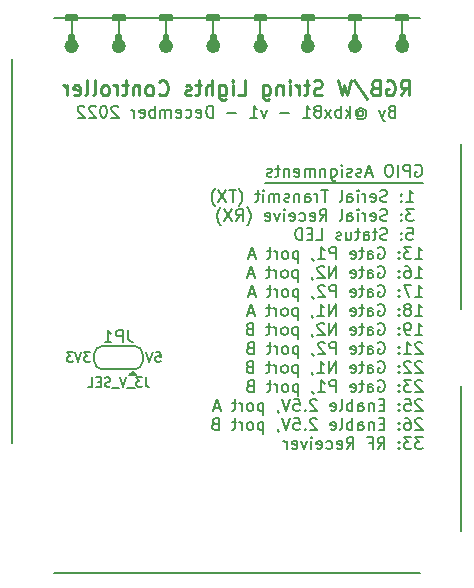
<source format=gbr>
%TF.GenerationSoftware,KiCad,Pcbnew,(6.0.11-0)*%
%TF.CreationDate,2023-05-30T14:23:44-05:00*%
%TF.ProjectId,HoneywellStringLightsController,486f6e65-7977-4656-9c6c-537472696e67,rev?*%
%TF.SameCoordinates,Original*%
%TF.FileFunction,Legend,Bot*%
%TF.FilePolarity,Positive*%
%FSLAX46Y46*%
G04 Gerber Fmt 4.6, Leading zero omitted, Abs format (unit mm)*
G04 Created by KiCad (PCBNEW (6.0.11-0)) date 2023-05-30 14:23:44*
%MOMM*%
%LPD*%
G01*
G04 APERTURE LIST*
%ADD10C,0.200000*%
%ADD11C,0.625000*%
%ADD12C,0.250000*%
%ADD13C,0.160000*%
%ADD14C,0.150000*%
G04 APERTURE END LIST*
D10*
X114200000Y-76500000D02*
X113800000Y-76500000D01*
X113800000Y-76500000D02*
X113800000Y-76800000D01*
X113800000Y-76800000D02*
X114200000Y-76800000D01*
X114200000Y-76800000D02*
X114200000Y-76500000D01*
G36*
X114200000Y-76500000D02*
G01*
X113800000Y-76500000D01*
X113800000Y-76800000D01*
X114200000Y-76800000D01*
X114200000Y-76500000D01*
G37*
D11*
X114312500Y-77400000D02*
G75*
G03*
X114312500Y-77400000I-312500J0D01*
G01*
D10*
X138200000Y-76500000D02*
X137800000Y-76500000D01*
X137800000Y-76500000D02*
X137800000Y-76800000D01*
X137800000Y-76800000D02*
X138200000Y-76800000D01*
X138200000Y-76800000D02*
X138200000Y-76500000D01*
G36*
X138200000Y-76500000D02*
G01*
X137800000Y-76500000D01*
X137800000Y-76800000D01*
X138200000Y-76800000D01*
X138200000Y-76500000D01*
G37*
X130500000Y-75200000D02*
X129500000Y-75200000D01*
X129500000Y-75200000D02*
X129500000Y-74800000D01*
X129500000Y-74800000D02*
X130500000Y-74800000D01*
X130500000Y-74800000D02*
X130500000Y-75200000D01*
G36*
X130500000Y-75200000D02*
G01*
X129500000Y-75200000D01*
X129500000Y-74800000D01*
X130500000Y-74800000D01*
X130500000Y-75200000D01*
G37*
X134500000Y-75200000D02*
X133500000Y-75200000D01*
X133500000Y-75200000D02*
X133500000Y-74800000D01*
X133500000Y-74800000D02*
X134500000Y-74800000D01*
X134500000Y-74800000D02*
X134500000Y-75200000D01*
G36*
X134500000Y-75200000D02*
G01*
X133500000Y-75200000D01*
X133500000Y-74800000D01*
X134500000Y-74800000D01*
X134500000Y-75200000D01*
G37*
X110200000Y-76500000D02*
X109800000Y-76500000D01*
X109800000Y-76500000D02*
X109800000Y-76800000D01*
X109800000Y-76800000D02*
X110200000Y-76800000D01*
X110200000Y-76800000D02*
X110200000Y-76500000D01*
G36*
X110200000Y-76500000D02*
G01*
X109800000Y-76500000D01*
X109800000Y-76800000D01*
X110200000Y-76800000D01*
X110200000Y-76500000D01*
G37*
X126200000Y-76500000D02*
X125800000Y-76500000D01*
X125800000Y-76500000D02*
X125800000Y-76800000D01*
X125800000Y-76800000D02*
X126200000Y-76800000D01*
X126200000Y-76800000D02*
X126200000Y-76500000D01*
G36*
X126200000Y-76500000D02*
G01*
X125800000Y-76500000D01*
X125800000Y-76800000D01*
X126200000Y-76800000D01*
X126200000Y-76500000D01*
G37*
X126500000Y-75200000D02*
X125500000Y-75200000D01*
X125500000Y-75200000D02*
X125500000Y-74800000D01*
X125500000Y-74800000D02*
X126500000Y-74800000D01*
X126500000Y-74800000D02*
X126500000Y-75200000D01*
G36*
X126500000Y-75200000D02*
G01*
X125500000Y-75200000D01*
X125500000Y-74800000D01*
X126500000Y-74800000D01*
X126500000Y-75200000D01*
G37*
X118500000Y-75200000D02*
X117500000Y-75200000D01*
X117500000Y-75200000D02*
X117500000Y-74800000D01*
X117500000Y-74800000D02*
X118500000Y-74800000D01*
X118500000Y-74800000D02*
X118500000Y-75200000D01*
G36*
X118500000Y-75200000D02*
G01*
X117500000Y-75200000D01*
X117500000Y-74800000D01*
X118500000Y-74800000D01*
X118500000Y-75200000D01*
G37*
D11*
X110312500Y-77400000D02*
G75*
G03*
X110312500Y-77400000I-312500J0D01*
G01*
D10*
X118200000Y-76500000D02*
X117800000Y-76500000D01*
X117800000Y-76500000D02*
X117800000Y-76800000D01*
X117800000Y-76800000D02*
X118200000Y-76800000D01*
X118200000Y-76800000D02*
X118200000Y-76500000D01*
G36*
X118200000Y-76500000D02*
G01*
X117800000Y-76500000D01*
X117800000Y-76800000D01*
X118200000Y-76800000D01*
X118200000Y-76500000D01*
G37*
X130000000Y-75000000D02*
X130000000Y-76500000D01*
X122000000Y-75000000D02*
X122000000Y-76500000D01*
X118000000Y-75000000D02*
X118000000Y-76500000D01*
X139500000Y-75000000D02*
X108500000Y-75000000D01*
X143000000Y-106200000D02*
X143000000Y-118500000D01*
D11*
X122312500Y-77400000D02*
G75*
G03*
X122312500Y-77400000I-312500J0D01*
G01*
D10*
X138500000Y-75200000D02*
X137500000Y-75200000D01*
X137500000Y-75200000D02*
X137500000Y-74800000D01*
X137500000Y-74800000D02*
X138500000Y-74800000D01*
X138500000Y-74800000D02*
X138500000Y-75200000D01*
G36*
X138500000Y-75200000D02*
G01*
X137500000Y-75200000D01*
X137500000Y-74800000D01*
X138500000Y-74800000D01*
X138500000Y-75200000D01*
G37*
X122500000Y-75200000D02*
X121500000Y-75200000D01*
X121500000Y-75200000D02*
X121500000Y-74800000D01*
X121500000Y-74800000D02*
X122500000Y-74800000D01*
X122500000Y-74800000D02*
X122500000Y-75200000D01*
G36*
X122500000Y-75200000D02*
G01*
X121500000Y-75200000D01*
X121500000Y-74800000D01*
X122500000Y-74800000D01*
X122500000Y-75200000D01*
G37*
X138000000Y-75000000D02*
X138000000Y-76500000D01*
X110500000Y-75200000D02*
X109500000Y-75200000D01*
X109500000Y-75200000D02*
X109500000Y-74800000D01*
X109500000Y-74800000D02*
X110500000Y-74800000D01*
X110500000Y-74800000D02*
X110500000Y-75200000D01*
G36*
X110500000Y-75200000D02*
G01*
X109500000Y-75200000D01*
X109500000Y-74800000D01*
X110500000Y-74800000D01*
X110500000Y-75200000D01*
G37*
D11*
X126312500Y-77400000D02*
G75*
G03*
X126312500Y-77400000I-312500J0D01*
G01*
D10*
X130200000Y-76500000D02*
X129800000Y-76500000D01*
X129800000Y-76500000D02*
X129800000Y-76800000D01*
X129800000Y-76800000D02*
X130200000Y-76800000D01*
X130200000Y-76800000D02*
X130200000Y-76500000D01*
G36*
X130200000Y-76500000D02*
G01*
X129800000Y-76500000D01*
X129800000Y-76800000D01*
X130200000Y-76800000D01*
X130200000Y-76500000D01*
G37*
D11*
X130312500Y-77400000D02*
G75*
G03*
X130312500Y-77400000I-312500J0D01*
G01*
X134312500Y-77400000D02*
G75*
G03*
X134312500Y-77400000I-312500J0D01*
G01*
X138312500Y-77400000D02*
G75*
G03*
X138312500Y-77400000I-312500J0D01*
G01*
D10*
X114000000Y-75000000D02*
X114000000Y-76500000D01*
X122200000Y-76500000D02*
X121800000Y-76500000D01*
X121800000Y-76500000D02*
X121800000Y-76800000D01*
X121800000Y-76800000D02*
X122200000Y-76800000D01*
X122200000Y-76800000D02*
X122200000Y-76500000D01*
G36*
X122200000Y-76500000D02*
G01*
X121800000Y-76500000D01*
X121800000Y-76800000D01*
X122200000Y-76800000D01*
X122200000Y-76500000D01*
G37*
X143000000Y-85700000D02*
X143000000Y-99700000D01*
X126000000Y-75000000D02*
X126000000Y-76500000D01*
X110000000Y-75000000D02*
X110000000Y-76500000D01*
X105000000Y-78500000D02*
X105000000Y-111000000D01*
X134200000Y-76500000D02*
X133800000Y-76500000D01*
X133800000Y-76500000D02*
X133800000Y-76800000D01*
X133800000Y-76800000D02*
X134200000Y-76800000D01*
X134200000Y-76800000D02*
X134200000Y-76500000D01*
G36*
X134200000Y-76500000D02*
G01*
X133800000Y-76500000D01*
X133800000Y-76800000D01*
X134200000Y-76800000D01*
X134200000Y-76500000D01*
G37*
X139500000Y-122000000D02*
X108500000Y-122000000D01*
X134000000Y-75000000D02*
X134000000Y-76500000D01*
X139720157Y-89000000D02*
X126420157Y-89000000D01*
X114500000Y-75200000D02*
X113500000Y-75200000D01*
X113500000Y-75200000D02*
X113500000Y-74800000D01*
X113500000Y-74800000D02*
X114500000Y-74800000D01*
X114500000Y-74800000D02*
X114500000Y-75200000D01*
G36*
X114500000Y-75200000D02*
G01*
X113500000Y-75200000D01*
X113500000Y-74800000D01*
X114500000Y-74800000D01*
X114500000Y-75200000D01*
G37*
D11*
X118312500Y-77400000D02*
G75*
G03*
X118312500Y-77400000I-312500J0D01*
G01*
D10*
X138346190Y-90587380D02*
X138917619Y-90587380D01*
X138631904Y-90587380D02*
X138631904Y-89587380D01*
X138727142Y-89730238D01*
X138822380Y-89825476D01*
X138917619Y-89873095D01*
X137917619Y-90492142D02*
X137870000Y-90539761D01*
X137917619Y-90587380D01*
X137965238Y-90539761D01*
X137917619Y-90492142D01*
X137917619Y-90587380D01*
X137917619Y-89968333D02*
X137870000Y-90015952D01*
X137917619Y-90063571D01*
X137965238Y-90015952D01*
X137917619Y-89968333D01*
X137917619Y-90063571D01*
X136727142Y-90539761D02*
X136584285Y-90587380D01*
X136346190Y-90587380D01*
X136250952Y-90539761D01*
X136203333Y-90492142D01*
X136155714Y-90396904D01*
X136155714Y-90301666D01*
X136203333Y-90206428D01*
X136250952Y-90158809D01*
X136346190Y-90111190D01*
X136536666Y-90063571D01*
X136631904Y-90015952D01*
X136679523Y-89968333D01*
X136727142Y-89873095D01*
X136727142Y-89777857D01*
X136679523Y-89682619D01*
X136631904Y-89635000D01*
X136536666Y-89587380D01*
X136298571Y-89587380D01*
X136155714Y-89635000D01*
X135346190Y-90539761D02*
X135441428Y-90587380D01*
X135631904Y-90587380D01*
X135727142Y-90539761D01*
X135774761Y-90444523D01*
X135774761Y-90063571D01*
X135727142Y-89968333D01*
X135631904Y-89920714D01*
X135441428Y-89920714D01*
X135346190Y-89968333D01*
X135298571Y-90063571D01*
X135298571Y-90158809D01*
X135774761Y-90254047D01*
X134870000Y-90587380D02*
X134870000Y-89920714D01*
X134870000Y-90111190D02*
X134822380Y-90015952D01*
X134774761Y-89968333D01*
X134679523Y-89920714D01*
X134584285Y-89920714D01*
X134250952Y-90587380D02*
X134250952Y-89920714D01*
X134250952Y-89587380D02*
X134298571Y-89635000D01*
X134250952Y-89682619D01*
X134203333Y-89635000D01*
X134250952Y-89587380D01*
X134250952Y-89682619D01*
X133346190Y-90587380D02*
X133346190Y-90063571D01*
X133393809Y-89968333D01*
X133489047Y-89920714D01*
X133679523Y-89920714D01*
X133774761Y-89968333D01*
X133346190Y-90539761D02*
X133441428Y-90587380D01*
X133679523Y-90587380D01*
X133774761Y-90539761D01*
X133822380Y-90444523D01*
X133822380Y-90349285D01*
X133774761Y-90254047D01*
X133679523Y-90206428D01*
X133441428Y-90206428D01*
X133346190Y-90158809D01*
X132727142Y-90587380D02*
X132822380Y-90539761D01*
X132870000Y-90444523D01*
X132870000Y-89587380D01*
X131727142Y-89587380D02*
X131155714Y-89587380D01*
X131441428Y-90587380D02*
X131441428Y-89587380D01*
X130822380Y-90587380D02*
X130822380Y-89920714D01*
X130822380Y-90111190D02*
X130774761Y-90015952D01*
X130727142Y-89968333D01*
X130631904Y-89920714D01*
X130536666Y-89920714D01*
X129774761Y-90587380D02*
X129774761Y-90063571D01*
X129822380Y-89968333D01*
X129917619Y-89920714D01*
X130108095Y-89920714D01*
X130203333Y-89968333D01*
X129774761Y-90539761D02*
X129870000Y-90587380D01*
X130108095Y-90587380D01*
X130203333Y-90539761D01*
X130250952Y-90444523D01*
X130250952Y-90349285D01*
X130203333Y-90254047D01*
X130108095Y-90206428D01*
X129870000Y-90206428D01*
X129774761Y-90158809D01*
X129298571Y-89920714D02*
X129298571Y-90587380D01*
X129298571Y-90015952D02*
X129250952Y-89968333D01*
X129155714Y-89920714D01*
X129012857Y-89920714D01*
X128917619Y-89968333D01*
X128870000Y-90063571D01*
X128870000Y-90587380D01*
X128441428Y-90539761D02*
X128346190Y-90587380D01*
X128155714Y-90587380D01*
X128060476Y-90539761D01*
X128012857Y-90444523D01*
X128012857Y-90396904D01*
X128060476Y-90301666D01*
X128155714Y-90254047D01*
X128298571Y-90254047D01*
X128393809Y-90206428D01*
X128441428Y-90111190D01*
X128441428Y-90063571D01*
X128393809Y-89968333D01*
X128298571Y-89920714D01*
X128155714Y-89920714D01*
X128060476Y-89968333D01*
X127584285Y-90587380D02*
X127584285Y-89920714D01*
X127584285Y-90015952D02*
X127536666Y-89968333D01*
X127441428Y-89920714D01*
X127298571Y-89920714D01*
X127203333Y-89968333D01*
X127155714Y-90063571D01*
X127155714Y-90587380D01*
X127155714Y-90063571D02*
X127108095Y-89968333D01*
X127012857Y-89920714D01*
X126870000Y-89920714D01*
X126774761Y-89968333D01*
X126727142Y-90063571D01*
X126727142Y-90587380D01*
X126250952Y-90587380D02*
X126250952Y-89920714D01*
X126250952Y-89587380D02*
X126298571Y-89635000D01*
X126250952Y-89682619D01*
X126203333Y-89635000D01*
X126250952Y-89587380D01*
X126250952Y-89682619D01*
X125917619Y-89920714D02*
X125536666Y-89920714D01*
X125774761Y-89587380D02*
X125774761Y-90444523D01*
X125727142Y-90539761D01*
X125631904Y-90587380D01*
X125536666Y-90587380D01*
X124155714Y-90968333D02*
X124203333Y-90920714D01*
X124298571Y-90777857D01*
X124346190Y-90682619D01*
X124393809Y-90539761D01*
X124441428Y-90301666D01*
X124441428Y-90111190D01*
X124393809Y-89873095D01*
X124346190Y-89730238D01*
X124298571Y-89635000D01*
X124203333Y-89492142D01*
X124155714Y-89444523D01*
X123917619Y-89587380D02*
X123346190Y-89587380D01*
X123631904Y-90587380D02*
X123631904Y-89587380D01*
X123108095Y-89587380D02*
X122441428Y-90587380D01*
X122441428Y-89587380D02*
X123108095Y-90587380D01*
X122155714Y-90968333D02*
X122108095Y-90920714D01*
X122012857Y-90777857D01*
X121965238Y-90682619D01*
X121917619Y-90539761D01*
X121870000Y-90301666D01*
X121870000Y-90111190D01*
X121917619Y-89873095D01*
X121965238Y-89730238D01*
X122012857Y-89635000D01*
X122108095Y-89492142D01*
X122155714Y-89444523D01*
X138965238Y-91197380D02*
X138346190Y-91197380D01*
X138679523Y-91578333D01*
X138536666Y-91578333D01*
X138441428Y-91625952D01*
X138393809Y-91673571D01*
X138346190Y-91768809D01*
X138346190Y-92006904D01*
X138393809Y-92102142D01*
X138441428Y-92149761D01*
X138536666Y-92197380D01*
X138822380Y-92197380D01*
X138917619Y-92149761D01*
X138965238Y-92102142D01*
X137917619Y-92102142D02*
X137870000Y-92149761D01*
X137917619Y-92197380D01*
X137965238Y-92149761D01*
X137917619Y-92102142D01*
X137917619Y-92197380D01*
X137917619Y-91578333D02*
X137870000Y-91625952D01*
X137917619Y-91673571D01*
X137965238Y-91625952D01*
X137917619Y-91578333D01*
X137917619Y-91673571D01*
X136727142Y-92149761D02*
X136584285Y-92197380D01*
X136346190Y-92197380D01*
X136250952Y-92149761D01*
X136203333Y-92102142D01*
X136155714Y-92006904D01*
X136155714Y-91911666D01*
X136203333Y-91816428D01*
X136250952Y-91768809D01*
X136346190Y-91721190D01*
X136536666Y-91673571D01*
X136631904Y-91625952D01*
X136679523Y-91578333D01*
X136727142Y-91483095D01*
X136727142Y-91387857D01*
X136679523Y-91292619D01*
X136631904Y-91245000D01*
X136536666Y-91197380D01*
X136298571Y-91197380D01*
X136155714Y-91245000D01*
X135346190Y-92149761D02*
X135441428Y-92197380D01*
X135631904Y-92197380D01*
X135727142Y-92149761D01*
X135774761Y-92054523D01*
X135774761Y-91673571D01*
X135727142Y-91578333D01*
X135631904Y-91530714D01*
X135441428Y-91530714D01*
X135346190Y-91578333D01*
X135298571Y-91673571D01*
X135298571Y-91768809D01*
X135774761Y-91864047D01*
X134870000Y-92197380D02*
X134870000Y-91530714D01*
X134870000Y-91721190D02*
X134822380Y-91625952D01*
X134774761Y-91578333D01*
X134679523Y-91530714D01*
X134584285Y-91530714D01*
X134250952Y-92197380D02*
X134250952Y-91530714D01*
X134250952Y-91197380D02*
X134298571Y-91245000D01*
X134250952Y-91292619D01*
X134203333Y-91245000D01*
X134250952Y-91197380D01*
X134250952Y-91292619D01*
X133346190Y-92197380D02*
X133346190Y-91673571D01*
X133393809Y-91578333D01*
X133489047Y-91530714D01*
X133679523Y-91530714D01*
X133774761Y-91578333D01*
X133346190Y-92149761D02*
X133441428Y-92197380D01*
X133679523Y-92197380D01*
X133774761Y-92149761D01*
X133822380Y-92054523D01*
X133822380Y-91959285D01*
X133774761Y-91864047D01*
X133679523Y-91816428D01*
X133441428Y-91816428D01*
X133346190Y-91768809D01*
X132727142Y-92197380D02*
X132822380Y-92149761D01*
X132870000Y-92054523D01*
X132870000Y-91197380D01*
X131012857Y-92197380D02*
X131346190Y-91721190D01*
X131584285Y-92197380D02*
X131584285Y-91197380D01*
X131203333Y-91197380D01*
X131108095Y-91245000D01*
X131060476Y-91292619D01*
X131012857Y-91387857D01*
X131012857Y-91530714D01*
X131060476Y-91625952D01*
X131108095Y-91673571D01*
X131203333Y-91721190D01*
X131584285Y-91721190D01*
X130203333Y-92149761D02*
X130298571Y-92197380D01*
X130489047Y-92197380D01*
X130584285Y-92149761D01*
X130631904Y-92054523D01*
X130631904Y-91673571D01*
X130584285Y-91578333D01*
X130489047Y-91530714D01*
X130298571Y-91530714D01*
X130203333Y-91578333D01*
X130155714Y-91673571D01*
X130155714Y-91768809D01*
X130631904Y-91864047D01*
X129298571Y-92149761D02*
X129393809Y-92197380D01*
X129584285Y-92197380D01*
X129679523Y-92149761D01*
X129727142Y-92102142D01*
X129774761Y-92006904D01*
X129774761Y-91721190D01*
X129727142Y-91625952D01*
X129679523Y-91578333D01*
X129584285Y-91530714D01*
X129393809Y-91530714D01*
X129298571Y-91578333D01*
X128489047Y-92149761D02*
X128584285Y-92197380D01*
X128774761Y-92197380D01*
X128870000Y-92149761D01*
X128917619Y-92054523D01*
X128917619Y-91673571D01*
X128870000Y-91578333D01*
X128774761Y-91530714D01*
X128584285Y-91530714D01*
X128489047Y-91578333D01*
X128441428Y-91673571D01*
X128441428Y-91768809D01*
X128917619Y-91864047D01*
X128012857Y-92197380D02*
X128012857Y-91530714D01*
X128012857Y-91197380D02*
X128060476Y-91245000D01*
X128012857Y-91292619D01*
X127965238Y-91245000D01*
X128012857Y-91197380D01*
X128012857Y-91292619D01*
X127631904Y-91530714D02*
X127393809Y-92197380D01*
X127155714Y-91530714D01*
X126393809Y-92149761D02*
X126489047Y-92197380D01*
X126679523Y-92197380D01*
X126774761Y-92149761D01*
X126822380Y-92054523D01*
X126822380Y-91673571D01*
X126774761Y-91578333D01*
X126679523Y-91530714D01*
X126489047Y-91530714D01*
X126393809Y-91578333D01*
X126346190Y-91673571D01*
X126346190Y-91768809D01*
X126822380Y-91864047D01*
X124870000Y-92578333D02*
X124917619Y-92530714D01*
X125012857Y-92387857D01*
X125060476Y-92292619D01*
X125108095Y-92149761D01*
X125155714Y-91911666D01*
X125155714Y-91721190D01*
X125108095Y-91483095D01*
X125060476Y-91340238D01*
X125012857Y-91245000D01*
X124917619Y-91102142D01*
X124870000Y-91054523D01*
X123917619Y-92197380D02*
X124250952Y-91721190D01*
X124489047Y-92197380D02*
X124489047Y-91197380D01*
X124108095Y-91197380D01*
X124012857Y-91245000D01*
X123965238Y-91292619D01*
X123917619Y-91387857D01*
X123917619Y-91530714D01*
X123965238Y-91625952D01*
X124012857Y-91673571D01*
X124108095Y-91721190D01*
X124489047Y-91721190D01*
X123584285Y-91197380D02*
X122917619Y-92197380D01*
X122917619Y-91197380D02*
X123584285Y-92197380D01*
X122631904Y-92578333D02*
X122584285Y-92530714D01*
X122489047Y-92387857D01*
X122441428Y-92292619D01*
X122393809Y-92149761D01*
X122346190Y-91911666D01*
X122346190Y-91721190D01*
X122393809Y-91483095D01*
X122441428Y-91340238D01*
X122489047Y-91245000D01*
X122584285Y-91102142D01*
X122631904Y-91054523D01*
X138393809Y-92807380D02*
X138870000Y-92807380D01*
X138917619Y-93283571D01*
X138870000Y-93235952D01*
X138774761Y-93188333D01*
X138536666Y-93188333D01*
X138441428Y-93235952D01*
X138393809Y-93283571D01*
X138346190Y-93378809D01*
X138346190Y-93616904D01*
X138393809Y-93712142D01*
X138441428Y-93759761D01*
X138536666Y-93807380D01*
X138774761Y-93807380D01*
X138870000Y-93759761D01*
X138917619Y-93712142D01*
X137917619Y-93712142D02*
X137870000Y-93759761D01*
X137917619Y-93807380D01*
X137965238Y-93759761D01*
X137917619Y-93712142D01*
X137917619Y-93807380D01*
X137917619Y-93188333D02*
X137870000Y-93235952D01*
X137917619Y-93283571D01*
X137965238Y-93235952D01*
X137917619Y-93188333D01*
X137917619Y-93283571D01*
X136727142Y-93759761D02*
X136584285Y-93807380D01*
X136346190Y-93807380D01*
X136250952Y-93759761D01*
X136203333Y-93712142D01*
X136155714Y-93616904D01*
X136155714Y-93521666D01*
X136203333Y-93426428D01*
X136250952Y-93378809D01*
X136346190Y-93331190D01*
X136536666Y-93283571D01*
X136631904Y-93235952D01*
X136679523Y-93188333D01*
X136727142Y-93093095D01*
X136727142Y-92997857D01*
X136679523Y-92902619D01*
X136631904Y-92855000D01*
X136536666Y-92807380D01*
X136298571Y-92807380D01*
X136155714Y-92855000D01*
X135870000Y-93140714D02*
X135489047Y-93140714D01*
X135727142Y-92807380D02*
X135727142Y-93664523D01*
X135679523Y-93759761D01*
X135584285Y-93807380D01*
X135489047Y-93807380D01*
X134727142Y-93807380D02*
X134727142Y-93283571D01*
X134774761Y-93188333D01*
X134870000Y-93140714D01*
X135060476Y-93140714D01*
X135155714Y-93188333D01*
X134727142Y-93759761D02*
X134822380Y-93807380D01*
X135060476Y-93807380D01*
X135155714Y-93759761D01*
X135203333Y-93664523D01*
X135203333Y-93569285D01*
X135155714Y-93474047D01*
X135060476Y-93426428D01*
X134822380Y-93426428D01*
X134727142Y-93378809D01*
X134393809Y-93140714D02*
X134012857Y-93140714D01*
X134250952Y-92807380D02*
X134250952Y-93664523D01*
X134203333Y-93759761D01*
X134108095Y-93807380D01*
X134012857Y-93807380D01*
X133250952Y-93140714D02*
X133250952Y-93807380D01*
X133679523Y-93140714D02*
X133679523Y-93664523D01*
X133631904Y-93759761D01*
X133536666Y-93807380D01*
X133393809Y-93807380D01*
X133298571Y-93759761D01*
X133250952Y-93712142D01*
X132822380Y-93759761D02*
X132727142Y-93807380D01*
X132536666Y-93807380D01*
X132441428Y-93759761D01*
X132393809Y-93664523D01*
X132393809Y-93616904D01*
X132441428Y-93521666D01*
X132536666Y-93474047D01*
X132679523Y-93474047D01*
X132774761Y-93426428D01*
X132822380Y-93331190D01*
X132822380Y-93283571D01*
X132774761Y-93188333D01*
X132679523Y-93140714D01*
X132536666Y-93140714D01*
X132441428Y-93188333D01*
X130727142Y-93807380D02*
X131203333Y-93807380D01*
X131203333Y-92807380D01*
X130393809Y-93283571D02*
X130060476Y-93283571D01*
X129917619Y-93807380D02*
X130393809Y-93807380D01*
X130393809Y-92807380D01*
X129917619Y-92807380D01*
X129489047Y-93807380D02*
X129489047Y-92807380D01*
X129250952Y-92807380D01*
X129108095Y-92855000D01*
X129012857Y-92950238D01*
X128965238Y-93045476D01*
X128917619Y-93235952D01*
X128917619Y-93378809D01*
X128965238Y-93569285D01*
X129012857Y-93664523D01*
X129108095Y-93759761D01*
X129250952Y-93807380D01*
X129489047Y-93807380D01*
X139108095Y-95417380D02*
X139679523Y-95417380D01*
X139393809Y-95417380D02*
X139393809Y-94417380D01*
X139489047Y-94560238D01*
X139584285Y-94655476D01*
X139679523Y-94703095D01*
X138774761Y-94417380D02*
X138155714Y-94417380D01*
X138489047Y-94798333D01*
X138346190Y-94798333D01*
X138250952Y-94845952D01*
X138203333Y-94893571D01*
X138155714Y-94988809D01*
X138155714Y-95226904D01*
X138203333Y-95322142D01*
X138250952Y-95369761D01*
X138346190Y-95417380D01*
X138631904Y-95417380D01*
X138727142Y-95369761D01*
X138774761Y-95322142D01*
X137727142Y-95322142D02*
X137679523Y-95369761D01*
X137727142Y-95417380D01*
X137774761Y-95369761D01*
X137727142Y-95322142D01*
X137727142Y-95417380D01*
X137727142Y-94798333D02*
X137679523Y-94845952D01*
X137727142Y-94893571D01*
X137774761Y-94845952D01*
X137727142Y-94798333D01*
X137727142Y-94893571D01*
X135965238Y-94465000D02*
X136060476Y-94417380D01*
X136203333Y-94417380D01*
X136346190Y-94465000D01*
X136441428Y-94560238D01*
X136489047Y-94655476D01*
X136536666Y-94845952D01*
X136536666Y-94988809D01*
X136489047Y-95179285D01*
X136441428Y-95274523D01*
X136346190Y-95369761D01*
X136203333Y-95417380D01*
X136108095Y-95417380D01*
X135965238Y-95369761D01*
X135917619Y-95322142D01*
X135917619Y-94988809D01*
X136108095Y-94988809D01*
X135060476Y-95417380D02*
X135060476Y-94893571D01*
X135108095Y-94798333D01*
X135203333Y-94750714D01*
X135393809Y-94750714D01*
X135489047Y-94798333D01*
X135060476Y-95369761D02*
X135155714Y-95417380D01*
X135393809Y-95417380D01*
X135489047Y-95369761D01*
X135536666Y-95274523D01*
X135536666Y-95179285D01*
X135489047Y-95084047D01*
X135393809Y-95036428D01*
X135155714Y-95036428D01*
X135060476Y-94988809D01*
X134727142Y-94750714D02*
X134346190Y-94750714D01*
X134584285Y-94417380D02*
X134584285Y-95274523D01*
X134536666Y-95369761D01*
X134441428Y-95417380D01*
X134346190Y-95417380D01*
X133631904Y-95369761D02*
X133727142Y-95417380D01*
X133917619Y-95417380D01*
X134012857Y-95369761D01*
X134060476Y-95274523D01*
X134060476Y-94893571D01*
X134012857Y-94798333D01*
X133917619Y-94750714D01*
X133727142Y-94750714D01*
X133631904Y-94798333D01*
X133584285Y-94893571D01*
X133584285Y-94988809D01*
X134060476Y-95084047D01*
X132393809Y-95417380D02*
X132393809Y-94417380D01*
X132012857Y-94417380D01*
X131917619Y-94465000D01*
X131870000Y-94512619D01*
X131822380Y-94607857D01*
X131822380Y-94750714D01*
X131870000Y-94845952D01*
X131917619Y-94893571D01*
X132012857Y-94941190D01*
X132393809Y-94941190D01*
X130870000Y-95417380D02*
X131441428Y-95417380D01*
X131155714Y-95417380D02*
X131155714Y-94417380D01*
X131250952Y-94560238D01*
X131346190Y-94655476D01*
X131441428Y-94703095D01*
X130393809Y-95369761D02*
X130393809Y-95417380D01*
X130441428Y-95512619D01*
X130489047Y-95560238D01*
X129203333Y-94750714D02*
X129203333Y-95750714D01*
X129203333Y-94798333D02*
X129108095Y-94750714D01*
X128917619Y-94750714D01*
X128822380Y-94798333D01*
X128774761Y-94845952D01*
X128727142Y-94941190D01*
X128727142Y-95226904D01*
X128774761Y-95322142D01*
X128822380Y-95369761D01*
X128917619Y-95417380D01*
X129108095Y-95417380D01*
X129203333Y-95369761D01*
X128155714Y-95417380D02*
X128250952Y-95369761D01*
X128298571Y-95322142D01*
X128346190Y-95226904D01*
X128346190Y-94941190D01*
X128298571Y-94845952D01*
X128250952Y-94798333D01*
X128155714Y-94750714D01*
X128012857Y-94750714D01*
X127917619Y-94798333D01*
X127870000Y-94845952D01*
X127822380Y-94941190D01*
X127822380Y-95226904D01*
X127870000Y-95322142D01*
X127917619Y-95369761D01*
X128012857Y-95417380D01*
X128155714Y-95417380D01*
X127393809Y-95417380D02*
X127393809Y-94750714D01*
X127393809Y-94941190D02*
X127346190Y-94845952D01*
X127298571Y-94798333D01*
X127203333Y-94750714D01*
X127108095Y-94750714D01*
X126917619Y-94750714D02*
X126536666Y-94750714D01*
X126774761Y-94417380D02*
X126774761Y-95274523D01*
X126727142Y-95369761D01*
X126631904Y-95417380D01*
X126536666Y-95417380D01*
X125489047Y-95131666D02*
X125012857Y-95131666D01*
X125584285Y-95417380D02*
X125250952Y-94417380D01*
X124917619Y-95417380D01*
X139108095Y-97027380D02*
X139679523Y-97027380D01*
X139393809Y-97027380D02*
X139393809Y-96027380D01*
X139489047Y-96170238D01*
X139584285Y-96265476D01*
X139679523Y-96313095D01*
X138250952Y-96027380D02*
X138441428Y-96027380D01*
X138536666Y-96075000D01*
X138584285Y-96122619D01*
X138679523Y-96265476D01*
X138727142Y-96455952D01*
X138727142Y-96836904D01*
X138679523Y-96932142D01*
X138631904Y-96979761D01*
X138536666Y-97027380D01*
X138346190Y-97027380D01*
X138250952Y-96979761D01*
X138203333Y-96932142D01*
X138155714Y-96836904D01*
X138155714Y-96598809D01*
X138203333Y-96503571D01*
X138250952Y-96455952D01*
X138346190Y-96408333D01*
X138536666Y-96408333D01*
X138631904Y-96455952D01*
X138679523Y-96503571D01*
X138727142Y-96598809D01*
X137727142Y-96932142D02*
X137679523Y-96979761D01*
X137727142Y-97027380D01*
X137774761Y-96979761D01*
X137727142Y-96932142D01*
X137727142Y-97027380D01*
X137727142Y-96408333D02*
X137679523Y-96455952D01*
X137727142Y-96503571D01*
X137774761Y-96455952D01*
X137727142Y-96408333D01*
X137727142Y-96503571D01*
X135965238Y-96075000D02*
X136060476Y-96027380D01*
X136203333Y-96027380D01*
X136346190Y-96075000D01*
X136441428Y-96170238D01*
X136489047Y-96265476D01*
X136536666Y-96455952D01*
X136536666Y-96598809D01*
X136489047Y-96789285D01*
X136441428Y-96884523D01*
X136346190Y-96979761D01*
X136203333Y-97027380D01*
X136108095Y-97027380D01*
X135965238Y-96979761D01*
X135917619Y-96932142D01*
X135917619Y-96598809D01*
X136108095Y-96598809D01*
X135060476Y-97027380D02*
X135060476Y-96503571D01*
X135108095Y-96408333D01*
X135203333Y-96360714D01*
X135393809Y-96360714D01*
X135489047Y-96408333D01*
X135060476Y-96979761D02*
X135155714Y-97027380D01*
X135393809Y-97027380D01*
X135489047Y-96979761D01*
X135536666Y-96884523D01*
X135536666Y-96789285D01*
X135489047Y-96694047D01*
X135393809Y-96646428D01*
X135155714Y-96646428D01*
X135060476Y-96598809D01*
X134727142Y-96360714D02*
X134346190Y-96360714D01*
X134584285Y-96027380D02*
X134584285Y-96884523D01*
X134536666Y-96979761D01*
X134441428Y-97027380D01*
X134346190Y-97027380D01*
X133631904Y-96979761D02*
X133727142Y-97027380D01*
X133917619Y-97027380D01*
X134012857Y-96979761D01*
X134060476Y-96884523D01*
X134060476Y-96503571D01*
X134012857Y-96408333D01*
X133917619Y-96360714D01*
X133727142Y-96360714D01*
X133631904Y-96408333D01*
X133584285Y-96503571D01*
X133584285Y-96598809D01*
X134060476Y-96694047D01*
X132393809Y-97027380D02*
X132393809Y-96027380D01*
X131822380Y-97027380D01*
X131822380Y-96027380D01*
X131393809Y-96122619D02*
X131346190Y-96075000D01*
X131250952Y-96027380D01*
X131012857Y-96027380D01*
X130917619Y-96075000D01*
X130870000Y-96122619D01*
X130822380Y-96217857D01*
X130822380Y-96313095D01*
X130870000Y-96455952D01*
X131441428Y-97027380D01*
X130822380Y-97027380D01*
X130346190Y-96979761D02*
X130346190Y-97027380D01*
X130393809Y-97122619D01*
X130441428Y-97170238D01*
X129155714Y-96360714D02*
X129155714Y-97360714D01*
X129155714Y-96408333D02*
X129060476Y-96360714D01*
X128870000Y-96360714D01*
X128774761Y-96408333D01*
X128727142Y-96455952D01*
X128679523Y-96551190D01*
X128679523Y-96836904D01*
X128727142Y-96932142D01*
X128774761Y-96979761D01*
X128870000Y-97027380D01*
X129060476Y-97027380D01*
X129155714Y-96979761D01*
X128108095Y-97027380D02*
X128203333Y-96979761D01*
X128250952Y-96932142D01*
X128298571Y-96836904D01*
X128298571Y-96551190D01*
X128250952Y-96455952D01*
X128203333Y-96408333D01*
X128108095Y-96360714D01*
X127965238Y-96360714D01*
X127870000Y-96408333D01*
X127822380Y-96455952D01*
X127774761Y-96551190D01*
X127774761Y-96836904D01*
X127822380Y-96932142D01*
X127870000Y-96979761D01*
X127965238Y-97027380D01*
X128108095Y-97027380D01*
X127346190Y-97027380D02*
X127346190Y-96360714D01*
X127346190Y-96551190D02*
X127298571Y-96455952D01*
X127250952Y-96408333D01*
X127155714Y-96360714D01*
X127060476Y-96360714D01*
X126870000Y-96360714D02*
X126489047Y-96360714D01*
X126727142Y-96027380D02*
X126727142Y-96884523D01*
X126679523Y-96979761D01*
X126584285Y-97027380D01*
X126489047Y-97027380D01*
X125441428Y-96741666D02*
X124965238Y-96741666D01*
X125536666Y-97027380D02*
X125203333Y-96027380D01*
X124870000Y-97027380D01*
X139108095Y-98637380D02*
X139679523Y-98637380D01*
X139393809Y-98637380D02*
X139393809Y-97637380D01*
X139489047Y-97780238D01*
X139584285Y-97875476D01*
X139679523Y-97923095D01*
X138774761Y-97637380D02*
X138108095Y-97637380D01*
X138536666Y-98637380D01*
X137727142Y-98542142D02*
X137679523Y-98589761D01*
X137727142Y-98637380D01*
X137774761Y-98589761D01*
X137727142Y-98542142D01*
X137727142Y-98637380D01*
X137727142Y-98018333D02*
X137679523Y-98065952D01*
X137727142Y-98113571D01*
X137774761Y-98065952D01*
X137727142Y-98018333D01*
X137727142Y-98113571D01*
X135965238Y-97685000D02*
X136060476Y-97637380D01*
X136203333Y-97637380D01*
X136346190Y-97685000D01*
X136441428Y-97780238D01*
X136489047Y-97875476D01*
X136536666Y-98065952D01*
X136536666Y-98208809D01*
X136489047Y-98399285D01*
X136441428Y-98494523D01*
X136346190Y-98589761D01*
X136203333Y-98637380D01*
X136108095Y-98637380D01*
X135965238Y-98589761D01*
X135917619Y-98542142D01*
X135917619Y-98208809D01*
X136108095Y-98208809D01*
X135060476Y-98637380D02*
X135060476Y-98113571D01*
X135108095Y-98018333D01*
X135203333Y-97970714D01*
X135393809Y-97970714D01*
X135489047Y-98018333D01*
X135060476Y-98589761D02*
X135155714Y-98637380D01*
X135393809Y-98637380D01*
X135489047Y-98589761D01*
X135536666Y-98494523D01*
X135536666Y-98399285D01*
X135489047Y-98304047D01*
X135393809Y-98256428D01*
X135155714Y-98256428D01*
X135060476Y-98208809D01*
X134727142Y-97970714D02*
X134346190Y-97970714D01*
X134584285Y-97637380D02*
X134584285Y-98494523D01*
X134536666Y-98589761D01*
X134441428Y-98637380D01*
X134346190Y-98637380D01*
X133631904Y-98589761D02*
X133727142Y-98637380D01*
X133917619Y-98637380D01*
X134012857Y-98589761D01*
X134060476Y-98494523D01*
X134060476Y-98113571D01*
X134012857Y-98018333D01*
X133917619Y-97970714D01*
X133727142Y-97970714D01*
X133631904Y-98018333D01*
X133584285Y-98113571D01*
X133584285Y-98208809D01*
X134060476Y-98304047D01*
X132393809Y-98637380D02*
X132393809Y-97637380D01*
X132012857Y-97637380D01*
X131917619Y-97685000D01*
X131870000Y-97732619D01*
X131822380Y-97827857D01*
X131822380Y-97970714D01*
X131870000Y-98065952D01*
X131917619Y-98113571D01*
X132012857Y-98161190D01*
X132393809Y-98161190D01*
X131441428Y-97732619D02*
X131393809Y-97685000D01*
X131298571Y-97637380D01*
X131060476Y-97637380D01*
X130965238Y-97685000D01*
X130917619Y-97732619D01*
X130870000Y-97827857D01*
X130870000Y-97923095D01*
X130917619Y-98065952D01*
X131489047Y-98637380D01*
X130870000Y-98637380D01*
X130393809Y-98589761D02*
X130393809Y-98637380D01*
X130441428Y-98732619D01*
X130489047Y-98780238D01*
X129203333Y-97970714D02*
X129203333Y-98970714D01*
X129203333Y-98018333D02*
X129108095Y-97970714D01*
X128917619Y-97970714D01*
X128822380Y-98018333D01*
X128774761Y-98065952D01*
X128727142Y-98161190D01*
X128727142Y-98446904D01*
X128774761Y-98542142D01*
X128822380Y-98589761D01*
X128917619Y-98637380D01*
X129108095Y-98637380D01*
X129203333Y-98589761D01*
X128155714Y-98637380D02*
X128250952Y-98589761D01*
X128298571Y-98542142D01*
X128346190Y-98446904D01*
X128346190Y-98161190D01*
X128298571Y-98065952D01*
X128250952Y-98018333D01*
X128155714Y-97970714D01*
X128012857Y-97970714D01*
X127917619Y-98018333D01*
X127870000Y-98065952D01*
X127822380Y-98161190D01*
X127822380Y-98446904D01*
X127870000Y-98542142D01*
X127917619Y-98589761D01*
X128012857Y-98637380D01*
X128155714Y-98637380D01*
X127393809Y-98637380D02*
X127393809Y-97970714D01*
X127393809Y-98161190D02*
X127346190Y-98065952D01*
X127298571Y-98018333D01*
X127203333Y-97970714D01*
X127108095Y-97970714D01*
X126917619Y-97970714D02*
X126536666Y-97970714D01*
X126774761Y-97637380D02*
X126774761Y-98494523D01*
X126727142Y-98589761D01*
X126631904Y-98637380D01*
X126536666Y-98637380D01*
X125489047Y-98351666D02*
X125012857Y-98351666D01*
X125584285Y-98637380D02*
X125250952Y-97637380D01*
X124917619Y-98637380D01*
X139108095Y-100247380D02*
X139679523Y-100247380D01*
X139393809Y-100247380D02*
X139393809Y-99247380D01*
X139489047Y-99390238D01*
X139584285Y-99485476D01*
X139679523Y-99533095D01*
X138536666Y-99675952D02*
X138631904Y-99628333D01*
X138679523Y-99580714D01*
X138727142Y-99485476D01*
X138727142Y-99437857D01*
X138679523Y-99342619D01*
X138631904Y-99295000D01*
X138536666Y-99247380D01*
X138346190Y-99247380D01*
X138250952Y-99295000D01*
X138203333Y-99342619D01*
X138155714Y-99437857D01*
X138155714Y-99485476D01*
X138203333Y-99580714D01*
X138250952Y-99628333D01*
X138346190Y-99675952D01*
X138536666Y-99675952D01*
X138631904Y-99723571D01*
X138679523Y-99771190D01*
X138727142Y-99866428D01*
X138727142Y-100056904D01*
X138679523Y-100152142D01*
X138631904Y-100199761D01*
X138536666Y-100247380D01*
X138346190Y-100247380D01*
X138250952Y-100199761D01*
X138203333Y-100152142D01*
X138155714Y-100056904D01*
X138155714Y-99866428D01*
X138203333Y-99771190D01*
X138250952Y-99723571D01*
X138346190Y-99675952D01*
X137727142Y-100152142D02*
X137679523Y-100199761D01*
X137727142Y-100247380D01*
X137774761Y-100199761D01*
X137727142Y-100152142D01*
X137727142Y-100247380D01*
X137727142Y-99628333D02*
X137679523Y-99675952D01*
X137727142Y-99723571D01*
X137774761Y-99675952D01*
X137727142Y-99628333D01*
X137727142Y-99723571D01*
X135965238Y-99295000D02*
X136060476Y-99247380D01*
X136203333Y-99247380D01*
X136346190Y-99295000D01*
X136441428Y-99390238D01*
X136489047Y-99485476D01*
X136536666Y-99675952D01*
X136536666Y-99818809D01*
X136489047Y-100009285D01*
X136441428Y-100104523D01*
X136346190Y-100199761D01*
X136203333Y-100247380D01*
X136108095Y-100247380D01*
X135965238Y-100199761D01*
X135917619Y-100152142D01*
X135917619Y-99818809D01*
X136108095Y-99818809D01*
X135060476Y-100247380D02*
X135060476Y-99723571D01*
X135108095Y-99628333D01*
X135203333Y-99580714D01*
X135393809Y-99580714D01*
X135489047Y-99628333D01*
X135060476Y-100199761D02*
X135155714Y-100247380D01*
X135393809Y-100247380D01*
X135489047Y-100199761D01*
X135536666Y-100104523D01*
X135536666Y-100009285D01*
X135489047Y-99914047D01*
X135393809Y-99866428D01*
X135155714Y-99866428D01*
X135060476Y-99818809D01*
X134727142Y-99580714D02*
X134346190Y-99580714D01*
X134584285Y-99247380D02*
X134584285Y-100104523D01*
X134536666Y-100199761D01*
X134441428Y-100247380D01*
X134346190Y-100247380D01*
X133631904Y-100199761D02*
X133727142Y-100247380D01*
X133917619Y-100247380D01*
X134012857Y-100199761D01*
X134060476Y-100104523D01*
X134060476Y-99723571D01*
X134012857Y-99628333D01*
X133917619Y-99580714D01*
X133727142Y-99580714D01*
X133631904Y-99628333D01*
X133584285Y-99723571D01*
X133584285Y-99818809D01*
X134060476Y-99914047D01*
X132393809Y-100247380D02*
X132393809Y-99247380D01*
X131822380Y-100247380D01*
X131822380Y-99247380D01*
X130822380Y-100247380D02*
X131393809Y-100247380D01*
X131108095Y-100247380D02*
X131108095Y-99247380D01*
X131203333Y-99390238D01*
X131298571Y-99485476D01*
X131393809Y-99533095D01*
X130346190Y-100199761D02*
X130346190Y-100247380D01*
X130393809Y-100342619D01*
X130441428Y-100390238D01*
X129155714Y-99580714D02*
X129155714Y-100580714D01*
X129155714Y-99628333D02*
X129060476Y-99580714D01*
X128870000Y-99580714D01*
X128774761Y-99628333D01*
X128727142Y-99675952D01*
X128679523Y-99771190D01*
X128679523Y-100056904D01*
X128727142Y-100152142D01*
X128774761Y-100199761D01*
X128870000Y-100247380D01*
X129060476Y-100247380D01*
X129155714Y-100199761D01*
X128108095Y-100247380D02*
X128203333Y-100199761D01*
X128250952Y-100152142D01*
X128298571Y-100056904D01*
X128298571Y-99771190D01*
X128250952Y-99675952D01*
X128203333Y-99628333D01*
X128108095Y-99580714D01*
X127965238Y-99580714D01*
X127870000Y-99628333D01*
X127822380Y-99675952D01*
X127774761Y-99771190D01*
X127774761Y-100056904D01*
X127822380Y-100152142D01*
X127870000Y-100199761D01*
X127965238Y-100247380D01*
X128108095Y-100247380D01*
X127346190Y-100247380D02*
X127346190Y-99580714D01*
X127346190Y-99771190D02*
X127298571Y-99675952D01*
X127250952Y-99628333D01*
X127155714Y-99580714D01*
X127060476Y-99580714D01*
X126870000Y-99580714D02*
X126489047Y-99580714D01*
X126727142Y-99247380D02*
X126727142Y-100104523D01*
X126679523Y-100199761D01*
X126584285Y-100247380D01*
X126489047Y-100247380D01*
X125441428Y-99961666D02*
X124965238Y-99961666D01*
X125536666Y-100247380D02*
X125203333Y-99247380D01*
X124870000Y-100247380D01*
X139108095Y-101857380D02*
X139679523Y-101857380D01*
X139393809Y-101857380D02*
X139393809Y-100857380D01*
X139489047Y-101000238D01*
X139584285Y-101095476D01*
X139679523Y-101143095D01*
X138631904Y-101857380D02*
X138441428Y-101857380D01*
X138346190Y-101809761D01*
X138298571Y-101762142D01*
X138203333Y-101619285D01*
X138155714Y-101428809D01*
X138155714Y-101047857D01*
X138203333Y-100952619D01*
X138250952Y-100905000D01*
X138346190Y-100857380D01*
X138536666Y-100857380D01*
X138631904Y-100905000D01*
X138679523Y-100952619D01*
X138727142Y-101047857D01*
X138727142Y-101285952D01*
X138679523Y-101381190D01*
X138631904Y-101428809D01*
X138536666Y-101476428D01*
X138346190Y-101476428D01*
X138250952Y-101428809D01*
X138203333Y-101381190D01*
X138155714Y-101285952D01*
X137727142Y-101762142D02*
X137679523Y-101809761D01*
X137727142Y-101857380D01*
X137774761Y-101809761D01*
X137727142Y-101762142D01*
X137727142Y-101857380D01*
X137727142Y-101238333D02*
X137679523Y-101285952D01*
X137727142Y-101333571D01*
X137774761Y-101285952D01*
X137727142Y-101238333D01*
X137727142Y-101333571D01*
X135965238Y-100905000D02*
X136060476Y-100857380D01*
X136203333Y-100857380D01*
X136346190Y-100905000D01*
X136441428Y-101000238D01*
X136489047Y-101095476D01*
X136536666Y-101285952D01*
X136536666Y-101428809D01*
X136489047Y-101619285D01*
X136441428Y-101714523D01*
X136346190Y-101809761D01*
X136203333Y-101857380D01*
X136108095Y-101857380D01*
X135965238Y-101809761D01*
X135917619Y-101762142D01*
X135917619Y-101428809D01*
X136108095Y-101428809D01*
X135060476Y-101857380D02*
X135060476Y-101333571D01*
X135108095Y-101238333D01*
X135203333Y-101190714D01*
X135393809Y-101190714D01*
X135489047Y-101238333D01*
X135060476Y-101809761D02*
X135155714Y-101857380D01*
X135393809Y-101857380D01*
X135489047Y-101809761D01*
X135536666Y-101714523D01*
X135536666Y-101619285D01*
X135489047Y-101524047D01*
X135393809Y-101476428D01*
X135155714Y-101476428D01*
X135060476Y-101428809D01*
X134727142Y-101190714D02*
X134346190Y-101190714D01*
X134584285Y-100857380D02*
X134584285Y-101714523D01*
X134536666Y-101809761D01*
X134441428Y-101857380D01*
X134346190Y-101857380D01*
X133631904Y-101809761D02*
X133727142Y-101857380D01*
X133917619Y-101857380D01*
X134012857Y-101809761D01*
X134060476Y-101714523D01*
X134060476Y-101333571D01*
X134012857Y-101238333D01*
X133917619Y-101190714D01*
X133727142Y-101190714D01*
X133631904Y-101238333D01*
X133584285Y-101333571D01*
X133584285Y-101428809D01*
X134060476Y-101524047D01*
X132393809Y-101857380D02*
X132393809Y-100857380D01*
X131822380Y-101857380D01*
X131822380Y-100857380D01*
X131393809Y-100952619D02*
X131346190Y-100905000D01*
X131250952Y-100857380D01*
X131012857Y-100857380D01*
X130917619Y-100905000D01*
X130870000Y-100952619D01*
X130822380Y-101047857D01*
X130822380Y-101143095D01*
X130870000Y-101285952D01*
X131441428Y-101857380D01*
X130822380Y-101857380D01*
X130346190Y-101809761D02*
X130346190Y-101857380D01*
X130393809Y-101952619D01*
X130441428Y-102000238D01*
X129155714Y-101190714D02*
X129155714Y-102190714D01*
X129155714Y-101238333D02*
X129060476Y-101190714D01*
X128870000Y-101190714D01*
X128774761Y-101238333D01*
X128727142Y-101285952D01*
X128679523Y-101381190D01*
X128679523Y-101666904D01*
X128727142Y-101762142D01*
X128774761Y-101809761D01*
X128870000Y-101857380D01*
X129060476Y-101857380D01*
X129155714Y-101809761D01*
X128108095Y-101857380D02*
X128203333Y-101809761D01*
X128250952Y-101762142D01*
X128298571Y-101666904D01*
X128298571Y-101381190D01*
X128250952Y-101285952D01*
X128203333Y-101238333D01*
X128108095Y-101190714D01*
X127965238Y-101190714D01*
X127870000Y-101238333D01*
X127822380Y-101285952D01*
X127774761Y-101381190D01*
X127774761Y-101666904D01*
X127822380Y-101762142D01*
X127870000Y-101809761D01*
X127965238Y-101857380D01*
X128108095Y-101857380D01*
X127346190Y-101857380D02*
X127346190Y-101190714D01*
X127346190Y-101381190D02*
X127298571Y-101285952D01*
X127250952Y-101238333D01*
X127155714Y-101190714D01*
X127060476Y-101190714D01*
X126870000Y-101190714D02*
X126489047Y-101190714D01*
X126727142Y-100857380D02*
X126727142Y-101714523D01*
X126679523Y-101809761D01*
X126584285Y-101857380D01*
X126489047Y-101857380D01*
X125060476Y-101333571D02*
X124917619Y-101381190D01*
X124870000Y-101428809D01*
X124822380Y-101524047D01*
X124822380Y-101666904D01*
X124870000Y-101762142D01*
X124917619Y-101809761D01*
X125012857Y-101857380D01*
X125393809Y-101857380D01*
X125393809Y-100857380D01*
X125060476Y-100857380D01*
X124965238Y-100905000D01*
X124917619Y-100952619D01*
X124870000Y-101047857D01*
X124870000Y-101143095D01*
X124917619Y-101238333D01*
X124965238Y-101285952D01*
X125060476Y-101333571D01*
X125393809Y-101333571D01*
X139679523Y-102562619D02*
X139631904Y-102515000D01*
X139536666Y-102467380D01*
X139298571Y-102467380D01*
X139203333Y-102515000D01*
X139155714Y-102562619D01*
X139108095Y-102657857D01*
X139108095Y-102753095D01*
X139155714Y-102895952D01*
X139727142Y-103467380D01*
X139108095Y-103467380D01*
X138155714Y-103467380D02*
X138727142Y-103467380D01*
X138441428Y-103467380D02*
X138441428Y-102467380D01*
X138536666Y-102610238D01*
X138631904Y-102705476D01*
X138727142Y-102753095D01*
X137727142Y-103372142D02*
X137679523Y-103419761D01*
X137727142Y-103467380D01*
X137774761Y-103419761D01*
X137727142Y-103372142D01*
X137727142Y-103467380D01*
X137727142Y-102848333D02*
X137679523Y-102895952D01*
X137727142Y-102943571D01*
X137774761Y-102895952D01*
X137727142Y-102848333D01*
X137727142Y-102943571D01*
X135965238Y-102515000D02*
X136060476Y-102467380D01*
X136203333Y-102467380D01*
X136346190Y-102515000D01*
X136441428Y-102610238D01*
X136489047Y-102705476D01*
X136536666Y-102895952D01*
X136536666Y-103038809D01*
X136489047Y-103229285D01*
X136441428Y-103324523D01*
X136346190Y-103419761D01*
X136203333Y-103467380D01*
X136108095Y-103467380D01*
X135965238Y-103419761D01*
X135917619Y-103372142D01*
X135917619Y-103038809D01*
X136108095Y-103038809D01*
X135060476Y-103467380D02*
X135060476Y-102943571D01*
X135108095Y-102848333D01*
X135203333Y-102800714D01*
X135393809Y-102800714D01*
X135489047Y-102848333D01*
X135060476Y-103419761D02*
X135155714Y-103467380D01*
X135393809Y-103467380D01*
X135489047Y-103419761D01*
X135536666Y-103324523D01*
X135536666Y-103229285D01*
X135489047Y-103134047D01*
X135393809Y-103086428D01*
X135155714Y-103086428D01*
X135060476Y-103038809D01*
X134727142Y-102800714D02*
X134346190Y-102800714D01*
X134584285Y-102467380D02*
X134584285Y-103324523D01*
X134536666Y-103419761D01*
X134441428Y-103467380D01*
X134346190Y-103467380D01*
X133631904Y-103419761D02*
X133727142Y-103467380D01*
X133917619Y-103467380D01*
X134012857Y-103419761D01*
X134060476Y-103324523D01*
X134060476Y-102943571D01*
X134012857Y-102848333D01*
X133917619Y-102800714D01*
X133727142Y-102800714D01*
X133631904Y-102848333D01*
X133584285Y-102943571D01*
X133584285Y-103038809D01*
X134060476Y-103134047D01*
X132393809Y-103467380D02*
X132393809Y-102467380D01*
X132012857Y-102467380D01*
X131917619Y-102515000D01*
X131870000Y-102562619D01*
X131822380Y-102657857D01*
X131822380Y-102800714D01*
X131870000Y-102895952D01*
X131917619Y-102943571D01*
X132012857Y-102991190D01*
X132393809Y-102991190D01*
X131441428Y-102562619D02*
X131393809Y-102515000D01*
X131298571Y-102467380D01*
X131060476Y-102467380D01*
X130965238Y-102515000D01*
X130917619Y-102562619D01*
X130870000Y-102657857D01*
X130870000Y-102753095D01*
X130917619Y-102895952D01*
X131489047Y-103467380D01*
X130870000Y-103467380D01*
X130393809Y-103419761D02*
X130393809Y-103467380D01*
X130441428Y-103562619D01*
X130489047Y-103610238D01*
X129203333Y-102800714D02*
X129203333Y-103800714D01*
X129203333Y-102848333D02*
X129108095Y-102800714D01*
X128917619Y-102800714D01*
X128822380Y-102848333D01*
X128774761Y-102895952D01*
X128727142Y-102991190D01*
X128727142Y-103276904D01*
X128774761Y-103372142D01*
X128822380Y-103419761D01*
X128917619Y-103467380D01*
X129108095Y-103467380D01*
X129203333Y-103419761D01*
X128155714Y-103467380D02*
X128250952Y-103419761D01*
X128298571Y-103372142D01*
X128346190Y-103276904D01*
X128346190Y-102991190D01*
X128298571Y-102895952D01*
X128250952Y-102848333D01*
X128155714Y-102800714D01*
X128012857Y-102800714D01*
X127917619Y-102848333D01*
X127870000Y-102895952D01*
X127822380Y-102991190D01*
X127822380Y-103276904D01*
X127870000Y-103372142D01*
X127917619Y-103419761D01*
X128012857Y-103467380D01*
X128155714Y-103467380D01*
X127393809Y-103467380D02*
X127393809Y-102800714D01*
X127393809Y-102991190D02*
X127346190Y-102895952D01*
X127298571Y-102848333D01*
X127203333Y-102800714D01*
X127108095Y-102800714D01*
X126917619Y-102800714D02*
X126536666Y-102800714D01*
X126774761Y-102467380D02*
X126774761Y-103324523D01*
X126727142Y-103419761D01*
X126631904Y-103467380D01*
X126536666Y-103467380D01*
X125108095Y-102943571D02*
X124965238Y-102991190D01*
X124917619Y-103038809D01*
X124870000Y-103134047D01*
X124870000Y-103276904D01*
X124917619Y-103372142D01*
X124965238Y-103419761D01*
X125060476Y-103467380D01*
X125441428Y-103467380D01*
X125441428Y-102467380D01*
X125108095Y-102467380D01*
X125012857Y-102515000D01*
X124965238Y-102562619D01*
X124917619Y-102657857D01*
X124917619Y-102753095D01*
X124965238Y-102848333D01*
X125012857Y-102895952D01*
X125108095Y-102943571D01*
X125441428Y-102943571D01*
X139679523Y-104172619D02*
X139631904Y-104125000D01*
X139536666Y-104077380D01*
X139298571Y-104077380D01*
X139203333Y-104125000D01*
X139155714Y-104172619D01*
X139108095Y-104267857D01*
X139108095Y-104363095D01*
X139155714Y-104505952D01*
X139727142Y-105077380D01*
X139108095Y-105077380D01*
X138727142Y-104172619D02*
X138679523Y-104125000D01*
X138584285Y-104077380D01*
X138346190Y-104077380D01*
X138250952Y-104125000D01*
X138203333Y-104172619D01*
X138155714Y-104267857D01*
X138155714Y-104363095D01*
X138203333Y-104505952D01*
X138774761Y-105077380D01*
X138155714Y-105077380D01*
X137727142Y-104982142D02*
X137679523Y-105029761D01*
X137727142Y-105077380D01*
X137774761Y-105029761D01*
X137727142Y-104982142D01*
X137727142Y-105077380D01*
X137727142Y-104458333D02*
X137679523Y-104505952D01*
X137727142Y-104553571D01*
X137774761Y-104505952D01*
X137727142Y-104458333D01*
X137727142Y-104553571D01*
X135965238Y-104125000D02*
X136060476Y-104077380D01*
X136203333Y-104077380D01*
X136346190Y-104125000D01*
X136441428Y-104220238D01*
X136489047Y-104315476D01*
X136536666Y-104505952D01*
X136536666Y-104648809D01*
X136489047Y-104839285D01*
X136441428Y-104934523D01*
X136346190Y-105029761D01*
X136203333Y-105077380D01*
X136108095Y-105077380D01*
X135965238Y-105029761D01*
X135917619Y-104982142D01*
X135917619Y-104648809D01*
X136108095Y-104648809D01*
X135060476Y-105077380D02*
X135060476Y-104553571D01*
X135108095Y-104458333D01*
X135203333Y-104410714D01*
X135393809Y-104410714D01*
X135489047Y-104458333D01*
X135060476Y-105029761D02*
X135155714Y-105077380D01*
X135393809Y-105077380D01*
X135489047Y-105029761D01*
X135536666Y-104934523D01*
X135536666Y-104839285D01*
X135489047Y-104744047D01*
X135393809Y-104696428D01*
X135155714Y-104696428D01*
X135060476Y-104648809D01*
X134727142Y-104410714D02*
X134346190Y-104410714D01*
X134584285Y-104077380D02*
X134584285Y-104934523D01*
X134536666Y-105029761D01*
X134441428Y-105077380D01*
X134346190Y-105077380D01*
X133631904Y-105029761D02*
X133727142Y-105077380D01*
X133917619Y-105077380D01*
X134012857Y-105029761D01*
X134060476Y-104934523D01*
X134060476Y-104553571D01*
X134012857Y-104458333D01*
X133917619Y-104410714D01*
X133727142Y-104410714D01*
X133631904Y-104458333D01*
X133584285Y-104553571D01*
X133584285Y-104648809D01*
X134060476Y-104744047D01*
X132393809Y-105077380D02*
X132393809Y-104077380D01*
X131822380Y-105077380D01*
X131822380Y-104077380D01*
X130822380Y-105077380D02*
X131393809Y-105077380D01*
X131108095Y-105077380D02*
X131108095Y-104077380D01*
X131203333Y-104220238D01*
X131298571Y-104315476D01*
X131393809Y-104363095D01*
X130346190Y-105029761D02*
X130346190Y-105077380D01*
X130393809Y-105172619D01*
X130441428Y-105220238D01*
X129155714Y-104410714D02*
X129155714Y-105410714D01*
X129155714Y-104458333D02*
X129060476Y-104410714D01*
X128870000Y-104410714D01*
X128774761Y-104458333D01*
X128727142Y-104505952D01*
X128679523Y-104601190D01*
X128679523Y-104886904D01*
X128727142Y-104982142D01*
X128774761Y-105029761D01*
X128870000Y-105077380D01*
X129060476Y-105077380D01*
X129155714Y-105029761D01*
X128108095Y-105077380D02*
X128203333Y-105029761D01*
X128250952Y-104982142D01*
X128298571Y-104886904D01*
X128298571Y-104601190D01*
X128250952Y-104505952D01*
X128203333Y-104458333D01*
X128108095Y-104410714D01*
X127965238Y-104410714D01*
X127870000Y-104458333D01*
X127822380Y-104505952D01*
X127774761Y-104601190D01*
X127774761Y-104886904D01*
X127822380Y-104982142D01*
X127870000Y-105029761D01*
X127965238Y-105077380D01*
X128108095Y-105077380D01*
X127346190Y-105077380D02*
X127346190Y-104410714D01*
X127346190Y-104601190D02*
X127298571Y-104505952D01*
X127250952Y-104458333D01*
X127155714Y-104410714D01*
X127060476Y-104410714D01*
X126870000Y-104410714D02*
X126489047Y-104410714D01*
X126727142Y-104077380D02*
X126727142Y-104934523D01*
X126679523Y-105029761D01*
X126584285Y-105077380D01*
X126489047Y-105077380D01*
X125060476Y-104553571D02*
X124917619Y-104601190D01*
X124870000Y-104648809D01*
X124822380Y-104744047D01*
X124822380Y-104886904D01*
X124870000Y-104982142D01*
X124917619Y-105029761D01*
X125012857Y-105077380D01*
X125393809Y-105077380D01*
X125393809Y-104077380D01*
X125060476Y-104077380D01*
X124965238Y-104125000D01*
X124917619Y-104172619D01*
X124870000Y-104267857D01*
X124870000Y-104363095D01*
X124917619Y-104458333D01*
X124965238Y-104505952D01*
X125060476Y-104553571D01*
X125393809Y-104553571D01*
X139679523Y-105782619D02*
X139631904Y-105735000D01*
X139536666Y-105687380D01*
X139298571Y-105687380D01*
X139203333Y-105735000D01*
X139155714Y-105782619D01*
X139108095Y-105877857D01*
X139108095Y-105973095D01*
X139155714Y-106115952D01*
X139727142Y-106687380D01*
X139108095Y-106687380D01*
X138774761Y-105687380D02*
X138155714Y-105687380D01*
X138489047Y-106068333D01*
X138346190Y-106068333D01*
X138250952Y-106115952D01*
X138203333Y-106163571D01*
X138155714Y-106258809D01*
X138155714Y-106496904D01*
X138203333Y-106592142D01*
X138250952Y-106639761D01*
X138346190Y-106687380D01*
X138631904Y-106687380D01*
X138727142Y-106639761D01*
X138774761Y-106592142D01*
X137727142Y-106592142D02*
X137679523Y-106639761D01*
X137727142Y-106687380D01*
X137774761Y-106639761D01*
X137727142Y-106592142D01*
X137727142Y-106687380D01*
X137727142Y-106068333D02*
X137679523Y-106115952D01*
X137727142Y-106163571D01*
X137774761Y-106115952D01*
X137727142Y-106068333D01*
X137727142Y-106163571D01*
X135965238Y-105735000D02*
X136060476Y-105687380D01*
X136203333Y-105687380D01*
X136346190Y-105735000D01*
X136441428Y-105830238D01*
X136489047Y-105925476D01*
X136536666Y-106115952D01*
X136536666Y-106258809D01*
X136489047Y-106449285D01*
X136441428Y-106544523D01*
X136346190Y-106639761D01*
X136203333Y-106687380D01*
X136108095Y-106687380D01*
X135965238Y-106639761D01*
X135917619Y-106592142D01*
X135917619Y-106258809D01*
X136108095Y-106258809D01*
X135060476Y-106687380D02*
X135060476Y-106163571D01*
X135108095Y-106068333D01*
X135203333Y-106020714D01*
X135393809Y-106020714D01*
X135489047Y-106068333D01*
X135060476Y-106639761D02*
X135155714Y-106687380D01*
X135393809Y-106687380D01*
X135489047Y-106639761D01*
X135536666Y-106544523D01*
X135536666Y-106449285D01*
X135489047Y-106354047D01*
X135393809Y-106306428D01*
X135155714Y-106306428D01*
X135060476Y-106258809D01*
X134727142Y-106020714D02*
X134346190Y-106020714D01*
X134584285Y-105687380D02*
X134584285Y-106544523D01*
X134536666Y-106639761D01*
X134441428Y-106687380D01*
X134346190Y-106687380D01*
X133631904Y-106639761D02*
X133727142Y-106687380D01*
X133917619Y-106687380D01*
X134012857Y-106639761D01*
X134060476Y-106544523D01*
X134060476Y-106163571D01*
X134012857Y-106068333D01*
X133917619Y-106020714D01*
X133727142Y-106020714D01*
X133631904Y-106068333D01*
X133584285Y-106163571D01*
X133584285Y-106258809D01*
X134060476Y-106354047D01*
X132393809Y-106687380D02*
X132393809Y-105687380D01*
X132012857Y-105687380D01*
X131917619Y-105735000D01*
X131870000Y-105782619D01*
X131822380Y-105877857D01*
X131822380Y-106020714D01*
X131870000Y-106115952D01*
X131917619Y-106163571D01*
X132012857Y-106211190D01*
X132393809Y-106211190D01*
X130870000Y-106687380D02*
X131441428Y-106687380D01*
X131155714Y-106687380D02*
X131155714Y-105687380D01*
X131250952Y-105830238D01*
X131346190Y-105925476D01*
X131441428Y-105973095D01*
X130393809Y-106639761D02*
X130393809Y-106687380D01*
X130441428Y-106782619D01*
X130489047Y-106830238D01*
X129203333Y-106020714D02*
X129203333Y-107020714D01*
X129203333Y-106068333D02*
X129108095Y-106020714D01*
X128917619Y-106020714D01*
X128822380Y-106068333D01*
X128774761Y-106115952D01*
X128727142Y-106211190D01*
X128727142Y-106496904D01*
X128774761Y-106592142D01*
X128822380Y-106639761D01*
X128917619Y-106687380D01*
X129108095Y-106687380D01*
X129203333Y-106639761D01*
X128155714Y-106687380D02*
X128250952Y-106639761D01*
X128298571Y-106592142D01*
X128346190Y-106496904D01*
X128346190Y-106211190D01*
X128298571Y-106115952D01*
X128250952Y-106068333D01*
X128155714Y-106020714D01*
X128012857Y-106020714D01*
X127917619Y-106068333D01*
X127870000Y-106115952D01*
X127822380Y-106211190D01*
X127822380Y-106496904D01*
X127870000Y-106592142D01*
X127917619Y-106639761D01*
X128012857Y-106687380D01*
X128155714Y-106687380D01*
X127393809Y-106687380D02*
X127393809Y-106020714D01*
X127393809Y-106211190D02*
X127346190Y-106115952D01*
X127298571Y-106068333D01*
X127203333Y-106020714D01*
X127108095Y-106020714D01*
X126917619Y-106020714D02*
X126536666Y-106020714D01*
X126774761Y-105687380D02*
X126774761Y-106544523D01*
X126727142Y-106639761D01*
X126631904Y-106687380D01*
X126536666Y-106687380D01*
X125108095Y-106163571D02*
X124965238Y-106211190D01*
X124917619Y-106258809D01*
X124870000Y-106354047D01*
X124870000Y-106496904D01*
X124917619Y-106592142D01*
X124965238Y-106639761D01*
X125060476Y-106687380D01*
X125441428Y-106687380D01*
X125441428Y-105687380D01*
X125108095Y-105687380D01*
X125012857Y-105735000D01*
X124965238Y-105782619D01*
X124917619Y-105877857D01*
X124917619Y-105973095D01*
X124965238Y-106068333D01*
X125012857Y-106115952D01*
X125108095Y-106163571D01*
X125441428Y-106163571D01*
X139679523Y-107392619D02*
X139631904Y-107345000D01*
X139536666Y-107297380D01*
X139298571Y-107297380D01*
X139203333Y-107345000D01*
X139155714Y-107392619D01*
X139108095Y-107487857D01*
X139108095Y-107583095D01*
X139155714Y-107725952D01*
X139727142Y-108297380D01*
X139108095Y-108297380D01*
X138203333Y-107297380D02*
X138679523Y-107297380D01*
X138727142Y-107773571D01*
X138679523Y-107725952D01*
X138584285Y-107678333D01*
X138346190Y-107678333D01*
X138250952Y-107725952D01*
X138203333Y-107773571D01*
X138155714Y-107868809D01*
X138155714Y-108106904D01*
X138203333Y-108202142D01*
X138250952Y-108249761D01*
X138346190Y-108297380D01*
X138584285Y-108297380D01*
X138679523Y-108249761D01*
X138727142Y-108202142D01*
X137727142Y-108202142D02*
X137679523Y-108249761D01*
X137727142Y-108297380D01*
X137774761Y-108249761D01*
X137727142Y-108202142D01*
X137727142Y-108297380D01*
X137727142Y-107678333D02*
X137679523Y-107725952D01*
X137727142Y-107773571D01*
X137774761Y-107725952D01*
X137727142Y-107678333D01*
X137727142Y-107773571D01*
X136489047Y-107773571D02*
X136155714Y-107773571D01*
X136012857Y-108297380D02*
X136489047Y-108297380D01*
X136489047Y-107297380D01*
X136012857Y-107297380D01*
X135584285Y-107630714D02*
X135584285Y-108297380D01*
X135584285Y-107725952D02*
X135536666Y-107678333D01*
X135441428Y-107630714D01*
X135298571Y-107630714D01*
X135203333Y-107678333D01*
X135155714Y-107773571D01*
X135155714Y-108297380D01*
X134250952Y-108297380D02*
X134250952Y-107773571D01*
X134298571Y-107678333D01*
X134393809Y-107630714D01*
X134584285Y-107630714D01*
X134679523Y-107678333D01*
X134250952Y-108249761D02*
X134346190Y-108297380D01*
X134584285Y-108297380D01*
X134679523Y-108249761D01*
X134727142Y-108154523D01*
X134727142Y-108059285D01*
X134679523Y-107964047D01*
X134584285Y-107916428D01*
X134346190Y-107916428D01*
X134250952Y-107868809D01*
X133774761Y-108297380D02*
X133774761Y-107297380D01*
X133774761Y-107678333D02*
X133679523Y-107630714D01*
X133489047Y-107630714D01*
X133393809Y-107678333D01*
X133346190Y-107725952D01*
X133298571Y-107821190D01*
X133298571Y-108106904D01*
X133346190Y-108202142D01*
X133393809Y-108249761D01*
X133489047Y-108297380D01*
X133679523Y-108297380D01*
X133774761Y-108249761D01*
X132727142Y-108297380D02*
X132822380Y-108249761D01*
X132870000Y-108154523D01*
X132870000Y-107297380D01*
X131965238Y-108249761D02*
X132060476Y-108297380D01*
X132250952Y-108297380D01*
X132346190Y-108249761D01*
X132393809Y-108154523D01*
X132393809Y-107773571D01*
X132346190Y-107678333D01*
X132250952Y-107630714D01*
X132060476Y-107630714D01*
X131965238Y-107678333D01*
X131917619Y-107773571D01*
X131917619Y-107868809D01*
X132393809Y-107964047D01*
X130774761Y-107392619D02*
X130727142Y-107345000D01*
X130631904Y-107297380D01*
X130393809Y-107297380D01*
X130298571Y-107345000D01*
X130250952Y-107392619D01*
X130203333Y-107487857D01*
X130203333Y-107583095D01*
X130250952Y-107725952D01*
X130822380Y-108297380D01*
X130203333Y-108297380D01*
X129774761Y-108202142D02*
X129727142Y-108249761D01*
X129774761Y-108297380D01*
X129822380Y-108249761D01*
X129774761Y-108202142D01*
X129774761Y-108297380D01*
X128822380Y-107297380D02*
X129298571Y-107297380D01*
X129346190Y-107773571D01*
X129298571Y-107725952D01*
X129203333Y-107678333D01*
X128965238Y-107678333D01*
X128870000Y-107725952D01*
X128822380Y-107773571D01*
X128774761Y-107868809D01*
X128774761Y-108106904D01*
X128822380Y-108202142D01*
X128870000Y-108249761D01*
X128965238Y-108297380D01*
X129203333Y-108297380D01*
X129298571Y-108249761D01*
X129346190Y-108202142D01*
X128489047Y-107297380D02*
X128155714Y-108297380D01*
X127822380Y-107297380D01*
X127441428Y-108249761D02*
X127441428Y-108297380D01*
X127489047Y-108392619D01*
X127536666Y-108440238D01*
X126250952Y-107630714D02*
X126250952Y-108630714D01*
X126250952Y-107678333D02*
X126155714Y-107630714D01*
X125965238Y-107630714D01*
X125870000Y-107678333D01*
X125822380Y-107725952D01*
X125774761Y-107821190D01*
X125774761Y-108106904D01*
X125822380Y-108202142D01*
X125870000Y-108249761D01*
X125965238Y-108297380D01*
X126155714Y-108297380D01*
X126250952Y-108249761D01*
X125203333Y-108297380D02*
X125298571Y-108249761D01*
X125346190Y-108202142D01*
X125393809Y-108106904D01*
X125393809Y-107821190D01*
X125346190Y-107725952D01*
X125298571Y-107678333D01*
X125203333Y-107630714D01*
X125060476Y-107630714D01*
X124965238Y-107678333D01*
X124917619Y-107725952D01*
X124870000Y-107821190D01*
X124870000Y-108106904D01*
X124917619Y-108202142D01*
X124965238Y-108249761D01*
X125060476Y-108297380D01*
X125203333Y-108297380D01*
X124441428Y-108297380D02*
X124441428Y-107630714D01*
X124441428Y-107821190D02*
X124393809Y-107725952D01*
X124346190Y-107678333D01*
X124250952Y-107630714D01*
X124155714Y-107630714D01*
X123965238Y-107630714D02*
X123584285Y-107630714D01*
X123822380Y-107297380D02*
X123822380Y-108154523D01*
X123774761Y-108249761D01*
X123679523Y-108297380D01*
X123584285Y-108297380D01*
X122536666Y-108011666D02*
X122060476Y-108011666D01*
X122631904Y-108297380D02*
X122298571Y-107297380D01*
X121965238Y-108297380D01*
X139679523Y-109002619D02*
X139631904Y-108955000D01*
X139536666Y-108907380D01*
X139298571Y-108907380D01*
X139203333Y-108955000D01*
X139155714Y-109002619D01*
X139108095Y-109097857D01*
X139108095Y-109193095D01*
X139155714Y-109335952D01*
X139727142Y-109907380D01*
X139108095Y-109907380D01*
X138250952Y-108907380D02*
X138441428Y-108907380D01*
X138536666Y-108955000D01*
X138584285Y-109002619D01*
X138679523Y-109145476D01*
X138727142Y-109335952D01*
X138727142Y-109716904D01*
X138679523Y-109812142D01*
X138631904Y-109859761D01*
X138536666Y-109907380D01*
X138346190Y-109907380D01*
X138250952Y-109859761D01*
X138203333Y-109812142D01*
X138155714Y-109716904D01*
X138155714Y-109478809D01*
X138203333Y-109383571D01*
X138250952Y-109335952D01*
X138346190Y-109288333D01*
X138536666Y-109288333D01*
X138631904Y-109335952D01*
X138679523Y-109383571D01*
X138727142Y-109478809D01*
X137727142Y-109812142D02*
X137679523Y-109859761D01*
X137727142Y-109907380D01*
X137774761Y-109859761D01*
X137727142Y-109812142D01*
X137727142Y-109907380D01*
X137727142Y-109288333D02*
X137679523Y-109335952D01*
X137727142Y-109383571D01*
X137774761Y-109335952D01*
X137727142Y-109288333D01*
X137727142Y-109383571D01*
X136489047Y-109383571D02*
X136155714Y-109383571D01*
X136012857Y-109907380D02*
X136489047Y-109907380D01*
X136489047Y-108907380D01*
X136012857Y-108907380D01*
X135584285Y-109240714D02*
X135584285Y-109907380D01*
X135584285Y-109335952D02*
X135536666Y-109288333D01*
X135441428Y-109240714D01*
X135298571Y-109240714D01*
X135203333Y-109288333D01*
X135155714Y-109383571D01*
X135155714Y-109907380D01*
X134250952Y-109907380D02*
X134250952Y-109383571D01*
X134298571Y-109288333D01*
X134393809Y-109240714D01*
X134584285Y-109240714D01*
X134679523Y-109288333D01*
X134250952Y-109859761D02*
X134346190Y-109907380D01*
X134584285Y-109907380D01*
X134679523Y-109859761D01*
X134727142Y-109764523D01*
X134727142Y-109669285D01*
X134679523Y-109574047D01*
X134584285Y-109526428D01*
X134346190Y-109526428D01*
X134250952Y-109478809D01*
X133774761Y-109907380D02*
X133774761Y-108907380D01*
X133774761Y-109288333D02*
X133679523Y-109240714D01*
X133489047Y-109240714D01*
X133393809Y-109288333D01*
X133346190Y-109335952D01*
X133298571Y-109431190D01*
X133298571Y-109716904D01*
X133346190Y-109812142D01*
X133393809Y-109859761D01*
X133489047Y-109907380D01*
X133679523Y-109907380D01*
X133774761Y-109859761D01*
X132727142Y-109907380D02*
X132822380Y-109859761D01*
X132870000Y-109764523D01*
X132870000Y-108907380D01*
X131965238Y-109859761D02*
X132060476Y-109907380D01*
X132250952Y-109907380D01*
X132346190Y-109859761D01*
X132393809Y-109764523D01*
X132393809Y-109383571D01*
X132346190Y-109288333D01*
X132250952Y-109240714D01*
X132060476Y-109240714D01*
X131965238Y-109288333D01*
X131917619Y-109383571D01*
X131917619Y-109478809D01*
X132393809Y-109574047D01*
X130774761Y-109002619D02*
X130727142Y-108955000D01*
X130631904Y-108907380D01*
X130393809Y-108907380D01*
X130298571Y-108955000D01*
X130250952Y-109002619D01*
X130203333Y-109097857D01*
X130203333Y-109193095D01*
X130250952Y-109335952D01*
X130822380Y-109907380D01*
X130203333Y-109907380D01*
X129774761Y-109812142D02*
X129727142Y-109859761D01*
X129774761Y-109907380D01*
X129822380Y-109859761D01*
X129774761Y-109812142D01*
X129774761Y-109907380D01*
X128822380Y-108907380D02*
X129298571Y-108907380D01*
X129346190Y-109383571D01*
X129298571Y-109335952D01*
X129203333Y-109288333D01*
X128965238Y-109288333D01*
X128870000Y-109335952D01*
X128822380Y-109383571D01*
X128774761Y-109478809D01*
X128774761Y-109716904D01*
X128822380Y-109812142D01*
X128870000Y-109859761D01*
X128965238Y-109907380D01*
X129203333Y-109907380D01*
X129298571Y-109859761D01*
X129346190Y-109812142D01*
X128489047Y-108907380D02*
X128155714Y-109907380D01*
X127822380Y-108907380D01*
X127441428Y-109859761D02*
X127441428Y-109907380D01*
X127489047Y-110002619D01*
X127536666Y-110050238D01*
X126250952Y-109240714D02*
X126250952Y-110240714D01*
X126250952Y-109288333D02*
X126155714Y-109240714D01*
X125965238Y-109240714D01*
X125870000Y-109288333D01*
X125822380Y-109335952D01*
X125774761Y-109431190D01*
X125774761Y-109716904D01*
X125822380Y-109812142D01*
X125870000Y-109859761D01*
X125965238Y-109907380D01*
X126155714Y-109907380D01*
X126250952Y-109859761D01*
X125203333Y-109907380D02*
X125298571Y-109859761D01*
X125346190Y-109812142D01*
X125393809Y-109716904D01*
X125393809Y-109431190D01*
X125346190Y-109335952D01*
X125298571Y-109288333D01*
X125203333Y-109240714D01*
X125060476Y-109240714D01*
X124965238Y-109288333D01*
X124917619Y-109335952D01*
X124870000Y-109431190D01*
X124870000Y-109716904D01*
X124917619Y-109812142D01*
X124965238Y-109859761D01*
X125060476Y-109907380D01*
X125203333Y-109907380D01*
X124441428Y-109907380D02*
X124441428Y-109240714D01*
X124441428Y-109431190D02*
X124393809Y-109335952D01*
X124346190Y-109288333D01*
X124250952Y-109240714D01*
X124155714Y-109240714D01*
X123965238Y-109240714D02*
X123584285Y-109240714D01*
X123822380Y-108907380D02*
X123822380Y-109764523D01*
X123774761Y-109859761D01*
X123679523Y-109907380D01*
X123584285Y-109907380D01*
X122155714Y-109383571D02*
X122012857Y-109431190D01*
X121965238Y-109478809D01*
X121917619Y-109574047D01*
X121917619Y-109716904D01*
X121965238Y-109812142D01*
X122012857Y-109859761D01*
X122108095Y-109907380D01*
X122489047Y-109907380D01*
X122489047Y-108907380D01*
X122155714Y-108907380D01*
X122060476Y-108955000D01*
X122012857Y-109002619D01*
X121965238Y-109097857D01*
X121965238Y-109193095D01*
X122012857Y-109288333D01*
X122060476Y-109335952D01*
X122155714Y-109383571D01*
X122489047Y-109383571D01*
X139727142Y-110517380D02*
X139108095Y-110517380D01*
X139441428Y-110898333D01*
X139298571Y-110898333D01*
X139203333Y-110945952D01*
X139155714Y-110993571D01*
X139108095Y-111088809D01*
X139108095Y-111326904D01*
X139155714Y-111422142D01*
X139203333Y-111469761D01*
X139298571Y-111517380D01*
X139584285Y-111517380D01*
X139679523Y-111469761D01*
X139727142Y-111422142D01*
X138774761Y-110517380D02*
X138155714Y-110517380D01*
X138489047Y-110898333D01*
X138346190Y-110898333D01*
X138250952Y-110945952D01*
X138203333Y-110993571D01*
X138155714Y-111088809D01*
X138155714Y-111326904D01*
X138203333Y-111422142D01*
X138250952Y-111469761D01*
X138346190Y-111517380D01*
X138631904Y-111517380D01*
X138727142Y-111469761D01*
X138774761Y-111422142D01*
X137727142Y-111422142D02*
X137679523Y-111469761D01*
X137727142Y-111517380D01*
X137774761Y-111469761D01*
X137727142Y-111422142D01*
X137727142Y-111517380D01*
X137727142Y-110898333D02*
X137679523Y-110945952D01*
X137727142Y-110993571D01*
X137774761Y-110945952D01*
X137727142Y-110898333D01*
X137727142Y-110993571D01*
X135917619Y-111517380D02*
X136250952Y-111041190D01*
X136489047Y-111517380D02*
X136489047Y-110517380D01*
X136108095Y-110517380D01*
X136012857Y-110565000D01*
X135965238Y-110612619D01*
X135917619Y-110707857D01*
X135917619Y-110850714D01*
X135965238Y-110945952D01*
X136012857Y-110993571D01*
X136108095Y-111041190D01*
X136489047Y-111041190D01*
X135155714Y-110993571D02*
X135489047Y-110993571D01*
X135489047Y-111517380D02*
X135489047Y-110517380D01*
X135012857Y-110517380D01*
X133298571Y-111517380D02*
X133631904Y-111041190D01*
X133870000Y-111517380D02*
X133870000Y-110517380D01*
X133489047Y-110517380D01*
X133393809Y-110565000D01*
X133346190Y-110612619D01*
X133298571Y-110707857D01*
X133298571Y-110850714D01*
X133346190Y-110945952D01*
X133393809Y-110993571D01*
X133489047Y-111041190D01*
X133870000Y-111041190D01*
X132489047Y-111469761D02*
X132584285Y-111517380D01*
X132774761Y-111517380D01*
X132870000Y-111469761D01*
X132917619Y-111374523D01*
X132917619Y-110993571D01*
X132870000Y-110898333D01*
X132774761Y-110850714D01*
X132584285Y-110850714D01*
X132489047Y-110898333D01*
X132441428Y-110993571D01*
X132441428Y-111088809D01*
X132917619Y-111184047D01*
X131584285Y-111469761D02*
X131679523Y-111517380D01*
X131870000Y-111517380D01*
X131965238Y-111469761D01*
X132012857Y-111422142D01*
X132060476Y-111326904D01*
X132060476Y-111041190D01*
X132012857Y-110945952D01*
X131965238Y-110898333D01*
X131870000Y-110850714D01*
X131679523Y-110850714D01*
X131584285Y-110898333D01*
X130774761Y-111469761D02*
X130870000Y-111517380D01*
X131060476Y-111517380D01*
X131155714Y-111469761D01*
X131203333Y-111374523D01*
X131203333Y-110993571D01*
X131155714Y-110898333D01*
X131060476Y-110850714D01*
X130870000Y-110850714D01*
X130774761Y-110898333D01*
X130727142Y-110993571D01*
X130727142Y-111088809D01*
X131203333Y-111184047D01*
X130298571Y-111517380D02*
X130298571Y-110850714D01*
X130298571Y-110517380D02*
X130346190Y-110565000D01*
X130298571Y-110612619D01*
X130250952Y-110565000D01*
X130298571Y-110517380D01*
X130298571Y-110612619D01*
X129917619Y-110850714D02*
X129679523Y-111517380D01*
X129441428Y-110850714D01*
X128679523Y-111469761D02*
X128774761Y-111517380D01*
X128965238Y-111517380D01*
X129060476Y-111469761D01*
X129108095Y-111374523D01*
X129108095Y-110993571D01*
X129060476Y-110898333D01*
X128965238Y-110850714D01*
X128774761Y-110850714D01*
X128679523Y-110898333D01*
X128631904Y-110993571D01*
X128631904Y-111088809D01*
X129108095Y-111184047D01*
X128203333Y-111517380D02*
X128203333Y-110850714D01*
X128203333Y-111041190D02*
X128155714Y-110945952D01*
X128108095Y-110898333D01*
X128012857Y-110850714D01*
X127917619Y-110850714D01*
D12*
X137869047Y-81565476D02*
X138285714Y-80970238D01*
X138583333Y-81565476D02*
X138583333Y-80315476D01*
X138107142Y-80315476D01*
X137988095Y-80375000D01*
X137928571Y-80434523D01*
X137869047Y-80553571D01*
X137869047Y-80732142D01*
X137928571Y-80851190D01*
X137988095Y-80910714D01*
X138107142Y-80970238D01*
X138583333Y-80970238D01*
X136678571Y-80375000D02*
X136797619Y-80315476D01*
X136976190Y-80315476D01*
X137154761Y-80375000D01*
X137273809Y-80494047D01*
X137333333Y-80613095D01*
X137392857Y-80851190D01*
X137392857Y-81029761D01*
X137333333Y-81267857D01*
X137273809Y-81386904D01*
X137154761Y-81505952D01*
X136976190Y-81565476D01*
X136857142Y-81565476D01*
X136678571Y-81505952D01*
X136619047Y-81446428D01*
X136619047Y-81029761D01*
X136857142Y-81029761D01*
X135666666Y-80910714D02*
X135488095Y-80970238D01*
X135428571Y-81029761D01*
X135369047Y-81148809D01*
X135369047Y-81327380D01*
X135428571Y-81446428D01*
X135488095Y-81505952D01*
X135607142Y-81565476D01*
X136083333Y-81565476D01*
X136083333Y-80315476D01*
X135666666Y-80315476D01*
X135547619Y-80375000D01*
X135488095Y-80434523D01*
X135428571Y-80553571D01*
X135428571Y-80672619D01*
X135488095Y-80791666D01*
X135547619Y-80851190D01*
X135666666Y-80910714D01*
X136083333Y-80910714D01*
X133940476Y-80255952D02*
X135011904Y-81863095D01*
X133642857Y-80315476D02*
X133345238Y-81565476D01*
X133107142Y-80672619D01*
X132869047Y-81565476D01*
X132571428Y-80315476D01*
X131202380Y-81505952D02*
X131023809Y-81565476D01*
X130726190Y-81565476D01*
X130607142Y-81505952D01*
X130547619Y-81446428D01*
X130488095Y-81327380D01*
X130488095Y-81208333D01*
X130547619Y-81089285D01*
X130607142Y-81029761D01*
X130726190Y-80970238D01*
X130964285Y-80910714D01*
X131083333Y-80851190D01*
X131142857Y-80791666D01*
X131202380Y-80672619D01*
X131202380Y-80553571D01*
X131142857Y-80434523D01*
X131083333Y-80375000D01*
X130964285Y-80315476D01*
X130666666Y-80315476D01*
X130488095Y-80375000D01*
X130130952Y-80732142D02*
X129654761Y-80732142D01*
X129952380Y-80315476D02*
X129952380Y-81386904D01*
X129892857Y-81505952D01*
X129773809Y-81565476D01*
X129654761Y-81565476D01*
X129238095Y-81565476D02*
X129238095Y-80732142D01*
X129238095Y-80970238D02*
X129178571Y-80851190D01*
X129119047Y-80791666D01*
X129000000Y-80732142D01*
X128880952Y-80732142D01*
X128464285Y-81565476D02*
X128464285Y-80732142D01*
X128464285Y-80315476D02*
X128523809Y-80375000D01*
X128464285Y-80434523D01*
X128404761Y-80375000D01*
X128464285Y-80315476D01*
X128464285Y-80434523D01*
X127869047Y-80732142D02*
X127869047Y-81565476D01*
X127869047Y-80851190D02*
X127809523Y-80791666D01*
X127690476Y-80732142D01*
X127511904Y-80732142D01*
X127392857Y-80791666D01*
X127333333Y-80910714D01*
X127333333Y-81565476D01*
X126202380Y-80732142D02*
X126202380Y-81744047D01*
X126261904Y-81863095D01*
X126321428Y-81922619D01*
X126440476Y-81982142D01*
X126619047Y-81982142D01*
X126738095Y-81922619D01*
X126202380Y-81505952D02*
X126321428Y-81565476D01*
X126559523Y-81565476D01*
X126678571Y-81505952D01*
X126738095Y-81446428D01*
X126797619Y-81327380D01*
X126797619Y-80970238D01*
X126738095Y-80851190D01*
X126678571Y-80791666D01*
X126559523Y-80732142D01*
X126321428Y-80732142D01*
X126202380Y-80791666D01*
X124059523Y-81565476D02*
X124654761Y-81565476D01*
X124654761Y-80315476D01*
X123642857Y-81565476D02*
X123642857Y-80732142D01*
X123642857Y-80315476D02*
X123702380Y-80375000D01*
X123642857Y-80434523D01*
X123583333Y-80375000D01*
X123642857Y-80315476D01*
X123642857Y-80434523D01*
X122511904Y-80732142D02*
X122511904Y-81744047D01*
X122571428Y-81863095D01*
X122630952Y-81922619D01*
X122750000Y-81982142D01*
X122928571Y-81982142D01*
X123047619Y-81922619D01*
X122511904Y-81505952D02*
X122630952Y-81565476D01*
X122869047Y-81565476D01*
X122988095Y-81505952D01*
X123047619Y-81446428D01*
X123107142Y-81327380D01*
X123107142Y-80970238D01*
X123047619Y-80851190D01*
X122988095Y-80791666D01*
X122869047Y-80732142D01*
X122630952Y-80732142D01*
X122511904Y-80791666D01*
X121916666Y-81565476D02*
X121916666Y-80315476D01*
X121380952Y-81565476D02*
X121380952Y-80910714D01*
X121440476Y-80791666D01*
X121559523Y-80732142D01*
X121738095Y-80732142D01*
X121857142Y-80791666D01*
X121916666Y-80851190D01*
X120964285Y-80732142D02*
X120488095Y-80732142D01*
X120785714Y-80315476D02*
X120785714Y-81386904D01*
X120726190Y-81505952D01*
X120607142Y-81565476D01*
X120488095Y-81565476D01*
X120130952Y-81505952D02*
X120011904Y-81565476D01*
X119773809Y-81565476D01*
X119654761Y-81505952D01*
X119595238Y-81386904D01*
X119595238Y-81327380D01*
X119654761Y-81208333D01*
X119773809Y-81148809D01*
X119952380Y-81148809D01*
X120071428Y-81089285D01*
X120130952Y-80970238D01*
X120130952Y-80910714D01*
X120071428Y-80791666D01*
X119952380Y-80732142D01*
X119773809Y-80732142D01*
X119654761Y-80791666D01*
X117392857Y-81446428D02*
X117452380Y-81505952D01*
X117630952Y-81565476D01*
X117750000Y-81565476D01*
X117928571Y-81505952D01*
X118047619Y-81386904D01*
X118107142Y-81267857D01*
X118166666Y-81029761D01*
X118166666Y-80851190D01*
X118107142Y-80613095D01*
X118047619Y-80494047D01*
X117928571Y-80375000D01*
X117750000Y-80315476D01*
X117630952Y-80315476D01*
X117452380Y-80375000D01*
X117392857Y-80434523D01*
X116678571Y-81565476D02*
X116797619Y-81505952D01*
X116857142Y-81446428D01*
X116916666Y-81327380D01*
X116916666Y-80970238D01*
X116857142Y-80851190D01*
X116797619Y-80791666D01*
X116678571Y-80732142D01*
X116500000Y-80732142D01*
X116380952Y-80791666D01*
X116321428Y-80851190D01*
X116261904Y-80970238D01*
X116261904Y-81327380D01*
X116321428Y-81446428D01*
X116380952Y-81505952D01*
X116500000Y-81565476D01*
X116678571Y-81565476D01*
X115726190Y-80732142D02*
X115726190Y-81565476D01*
X115726190Y-80851190D02*
X115666666Y-80791666D01*
X115547619Y-80732142D01*
X115369047Y-80732142D01*
X115250000Y-80791666D01*
X115190476Y-80910714D01*
X115190476Y-81565476D01*
X114773809Y-80732142D02*
X114297619Y-80732142D01*
X114595238Y-80315476D02*
X114595238Y-81386904D01*
X114535714Y-81505952D01*
X114416666Y-81565476D01*
X114297619Y-81565476D01*
X113880952Y-81565476D02*
X113880952Y-80732142D01*
X113880952Y-80970238D02*
X113821428Y-80851190D01*
X113761904Y-80791666D01*
X113642857Y-80732142D01*
X113523809Y-80732142D01*
X112928571Y-81565476D02*
X113047619Y-81505952D01*
X113107142Y-81446428D01*
X113166666Y-81327380D01*
X113166666Y-80970238D01*
X113107142Y-80851190D01*
X113047619Y-80791666D01*
X112928571Y-80732142D01*
X112750000Y-80732142D01*
X112630952Y-80791666D01*
X112571428Y-80851190D01*
X112511904Y-80970238D01*
X112511904Y-81327380D01*
X112571428Y-81446428D01*
X112630952Y-81505952D01*
X112750000Y-81565476D01*
X112928571Y-81565476D01*
X111797619Y-81565476D02*
X111916666Y-81505952D01*
X111976190Y-81386904D01*
X111976190Y-80315476D01*
X111142857Y-81565476D02*
X111261904Y-81505952D01*
X111321428Y-81386904D01*
X111321428Y-80315476D01*
X110190476Y-81505952D02*
X110309523Y-81565476D01*
X110547619Y-81565476D01*
X110666666Y-81505952D01*
X110726190Y-81386904D01*
X110726190Y-80910714D01*
X110666666Y-80791666D01*
X110547619Y-80732142D01*
X110309523Y-80732142D01*
X110190476Y-80791666D01*
X110130952Y-80910714D01*
X110130952Y-81029761D01*
X110726190Y-81148809D01*
X109595238Y-81565476D02*
X109595238Y-80732142D01*
X109595238Y-80970238D02*
X109535714Y-80851190D01*
X109476190Y-80791666D01*
X109357142Y-80732142D01*
X109238095Y-80732142D01*
D10*
X137095238Y-82928571D02*
X136952380Y-82976190D01*
X136904761Y-83023809D01*
X136857142Y-83119047D01*
X136857142Y-83261904D01*
X136904761Y-83357142D01*
X136952380Y-83404761D01*
X137047619Y-83452380D01*
X137428571Y-83452380D01*
X137428571Y-82452380D01*
X137095238Y-82452380D01*
X137000000Y-82500000D01*
X136952380Y-82547619D01*
X136904761Y-82642857D01*
X136904761Y-82738095D01*
X136952380Y-82833333D01*
X137000000Y-82880952D01*
X137095238Y-82928571D01*
X137428571Y-82928571D01*
X136523809Y-82785714D02*
X136285714Y-83452380D01*
X136047619Y-82785714D02*
X136285714Y-83452380D01*
X136380952Y-83690476D01*
X136428571Y-83738095D01*
X136523809Y-83785714D01*
X134285714Y-82976190D02*
X134333333Y-82928571D01*
X134428571Y-82880952D01*
X134523809Y-82880952D01*
X134619047Y-82928571D01*
X134666666Y-82976190D01*
X134714285Y-83071428D01*
X134714285Y-83166666D01*
X134666666Y-83261904D01*
X134619047Y-83309523D01*
X134523809Y-83357142D01*
X134428571Y-83357142D01*
X134333333Y-83309523D01*
X134285714Y-83261904D01*
X134285714Y-82880952D02*
X134285714Y-83261904D01*
X134238095Y-83309523D01*
X134190476Y-83309523D01*
X134095238Y-83261904D01*
X134047619Y-83166666D01*
X134047619Y-82928571D01*
X134142857Y-82785714D01*
X134285714Y-82690476D01*
X134476190Y-82642857D01*
X134666666Y-82690476D01*
X134809523Y-82785714D01*
X134904761Y-82928571D01*
X134952380Y-83119047D01*
X134904761Y-83309523D01*
X134809523Y-83452380D01*
X134666666Y-83547619D01*
X134476190Y-83595238D01*
X134285714Y-83547619D01*
X134142857Y-83452380D01*
X133619047Y-83452380D02*
X133619047Y-82452380D01*
X133523809Y-83071428D02*
X133238095Y-83452380D01*
X133238095Y-82785714D02*
X133619047Y-83166666D01*
X132809523Y-83452380D02*
X132809523Y-82452380D01*
X132809523Y-82833333D02*
X132714285Y-82785714D01*
X132523809Y-82785714D01*
X132428571Y-82833333D01*
X132380952Y-82880952D01*
X132333333Y-82976190D01*
X132333333Y-83261904D01*
X132380952Y-83357142D01*
X132428571Y-83404761D01*
X132523809Y-83452380D01*
X132714285Y-83452380D01*
X132809523Y-83404761D01*
X132000000Y-83452380D02*
X131476190Y-82785714D01*
X132000000Y-82785714D02*
X131476190Y-83452380D01*
X130952380Y-82880952D02*
X131047619Y-82833333D01*
X131095238Y-82785714D01*
X131142857Y-82690476D01*
X131142857Y-82642857D01*
X131095238Y-82547619D01*
X131047619Y-82500000D01*
X130952380Y-82452380D01*
X130761904Y-82452380D01*
X130666666Y-82500000D01*
X130619047Y-82547619D01*
X130571428Y-82642857D01*
X130571428Y-82690476D01*
X130619047Y-82785714D01*
X130666666Y-82833333D01*
X130761904Y-82880952D01*
X130952380Y-82880952D01*
X131047619Y-82928571D01*
X131095238Y-82976190D01*
X131142857Y-83071428D01*
X131142857Y-83261904D01*
X131095238Y-83357142D01*
X131047619Y-83404761D01*
X130952380Y-83452380D01*
X130761904Y-83452380D01*
X130666666Y-83404761D01*
X130619047Y-83357142D01*
X130571428Y-83261904D01*
X130571428Y-83071428D01*
X130619047Y-82976190D01*
X130666666Y-82928571D01*
X130761904Y-82880952D01*
X129619047Y-83452380D02*
X130190476Y-83452380D01*
X129904761Y-83452380D02*
X129904761Y-82452380D01*
X130000000Y-82595238D01*
X130095238Y-82690476D01*
X130190476Y-82738095D01*
X128428571Y-83071428D02*
X127666666Y-83071428D01*
X126523809Y-82785714D02*
X126285714Y-83452380D01*
X126047619Y-82785714D01*
X125142857Y-83452380D02*
X125714285Y-83452380D01*
X125428571Y-83452380D02*
X125428571Y-82452380D01*
X125523809Y-82595238D01*
X125619047Y-82690476D01*
X125714285Y-82738095D01*
X123952380Y-83071428D02*
X123190476Y-83071428D01*
X121952380Y-83452380D02*
X121952380Y-82452380D01*
X121714285Y-82452380D01*
X121571428Y-82500000D01*
X121476190Y-82595238D01*
X121428571Y-82690476D01*
X121380952Y-82880952D01*
X121380952Y-83023809D01*
X121428571Y-83214285D01*
X121476190Y-83309523D01*
X121571428Y-83404761D01*
X121714285Y-83452380D01*
X121952380Y-83452380D01*
X120571428Y-83404761D02*
X120666666Y-83452380D01*
X120857142Y-83452380D01*
X120952380Y-83404761D01*
X121000000Y-83309523D01*
X121000000Y-82928571D01*
X120952380Y-82833333D01*
X120857142Y-82785714D01*
X120666666Y-82785714D01*
X120571428Y-82833333D01*
X120523809Y-82928571D01*
X120523809Y-83023809D01*
X121000000Y-83119047D01*
X119666666Y-83404761D02*
X119761904Y-83452380D01*
X119952380Y-83452380D01*
X120047619Y-83404761D01*
X120095238Y-83357142D01*
X120142857Y-83261904D01*
X120142857Y-82976190D01*
X120095238Y-82880952D01*
X120047619Y-82833333D01*
X119952380Y-82785714D01*
X119761904Y-82785714D01*
X119666666Y-82833333D01*
X118857142Y-83404761D02*
X118952380Y-83452380D01*
X119142857Y-83452380D01*
X119238095Y-83404761D01*
X119285714Y-83309523D01*
X119285714Y-82928571D01*
X119238095Y-82833333D01*
X119142857Y-82785714D01*
X118952380Y-82785714D01*
X118857142Y-82833333D01*
X118809523Y-82928571D01*
X118809523Y-83023809D01*
X119285714Y-83119047D01*
X118380952Y-83452380D02*
X118380952Y-82785714D01*
X118380952Y-82880952D02*
X118333333Y-82833333D01*
X118238095Y-82785714D01*
X118095238Y-82785714D01*
X118000000Y-82833333D01*
X117952380Y-82928571D01*
X117952380Y-83452380D01*
X117952380Y-82928571D02*
X117904761Y-82833333D01*
X117809523Y-82785714D01*
X117666666Y-82785714D01*
X117571428Y-82833333D01*
X117523809Y-82928571D01*
X117523809Y-83452380D01*
X117047619Y-83452380D02*
X117047619Y-82452380D01*
X117047619Y-82833333D02*
X116952380Y-82785714D01*
X116761904Y-82785714D01*
X116666666Y-82833333D01*
X116619047Y-82880952D01*
X116571428Y-82976190D01*
X116571428Y-83261904D01*
X116619047Y-83357142D01*
X116666666Y-83404761D01*
X116761904Y-83452380D01*
X116952380Y-83452380D01*
X117047619Y-83404761D01*
X115761904Y-83404761D02*
X115857142Y-83452380D01*
X116047619Y-83452380D01*
X116142857Y-83404761D01*
X116190476Y-83309523D01*
X116190476Y-82928571D01*
X116142857Y-82833333D01*
X116047619Y-82785714D01*
X115857142Y-82785714D01*
X115761904Y-82833333D01*
X115714285Y-82928571D01*
X115714285Y-83023809D01*
X116190476Y-83119047D01*
X115285714Y-83452380D02*
X115285714Y-82785714D01*
X115285714Y-82976190D02*
X115238095Y-82880952D01*
X115190476Y-82833333D01*
X115095238Y-82785714D01*
X115000000Y-82785714D01*
X113952380Y-82547619D02*
X113904761Y-82500000D01*
X113809523Y-82452380D01*
X113571428Y-82452380D01*
X113476190Y-82500000D01*
X113428571Y-82547619D01*
X113380952Y-82642857D01*
X113380952Y-82738095D01*
X113428571Y-82880952D01*
X114000000Y-83452380D01*
X113380952Y-83452380D01*
X112761904Y-82452380D02*
X112666666Y-82452380D01*
X112571428Y-82500000D01*
X112523809Y-82547619D01*
X112476190Y-82642857D01*
X112428571Y-82833333D01*
X112428571Y-83071428D01*
X112476190Y-83261904D01*
X112523809Y-83357142D01*
X112571428Y-83404761D01*
X112666666Y-83452380D01*
X112761904Y-83452380D01*
X112857142Y-83404761D01*
X112904761Y-83357142D01*
X112952380Y-83261904D01*
X113000000Y-83071428D01*
X113000000Y-82833333D01*
X112952380Y-82642857D01*
X112904761Y-82547619D01*
X112857142Y-82500000D01*
X112761904Y-82452380D01*
X112047619Y-82547619D02*
X112000000Y-82500000D01*
X111904761Y-82452380D01*
X111666666Y-82452380D01*
X111571428Y-82500000D01*
X111523809Y-82547619D01*
X111476190Y-82642857D01*
X111476190Y-82738095D01*
X111523809Y-82880952D01*
X112095238Y-83452380D01*
X111476190Y-83452380D01*
X111095238Y-82547619D02*
X111047619Y-82500000D01*
X110952380Y-82452380D01*
X110714285Y-82452380D01*
X110619047Y-82500000D01*
X110571428Y-82547619D01*
X110523809Y-82642857D01*
X110523809Y-82738095D01*
X110571428Y-82880952D01*
X111142857Y-83452380D01*
X110523809Y-83452380D01*
X139108095Y-87500000D02*
X139203333Y-87452380D01*
X139346190Y-87452380D01*
X139489047Y-87500000D01*
X139584285Y-87595238D01*
X139631904Y-87690476D01*
X139679523Y-87880952D01*
X139679523Y-88023809D01*
X139631904Y-88214285D01*
X139584285Y-88309523D01*
X139489047Y-88404761D01*
X139346190Y-88452380D01*
X139250952Y-88452380D01*
X139108095Y-88404761D01*
X139060476Y-88357142D01*
X139060476Y-88023809D01*
X139250952Y-88023809D01*
X138631904Y-88452380D02*
X138631904Y-87452380D01*
X138250952Y-87452380D01*
X138155714Y-87500000D01*
X138108095Y-87547619D01*
X138060476Y-87642857D01*
X138060476Y-87785714D01*
X138108095Y-87880952D01*
X138155714Y-87928571D01*
X138250952Y-87976190D01*
X138631904Y-87976190D01*
X137631904Y-88452380D02*
X137631904Y-87452380D01*
X136965238Y-87452380D02*
X136774761Y-87452380D01*
X136679523Y-87500000D01*
X136584285Y-87595238D01*
X136536666Y-87785714D01*
X136536666Y-88119047D01*
X136584285Y-88309523D01*
X136679523Y-88404761D01*
X136774761Y-88452380D01*
X136965238Y-88452380D01*
X137060476Y-88404761D01*
X137155714Y-88309523D01*
X137203333Y-88119047D01*
X137203333Y-87785714D01*
X137155714Y-87595238D01*
X137060476Y-87500000D01*
X136965238Y-87452380D01*
X135393809Y-88166666D02*
X134917619Y-88166666D01*
X135489047Y-88452380D02*
X135155714Y-87452380D01*
X134822380Y-88452380D01*
X134536666Y-88404761D02*
X134441428Y-88452380D01*
X134250952Y-88452380D01*
X134155714Y-88404761D01*
X134108095Y-88309523D01*
X134108095Y-88261904D01*
X134155714Y-88166666D01*
X134250952Y-88119047D01*
X134393809Y-88119047D01*
X134489047Y-88071428D01*
X134536666Y-87976190D01*
X134536666Y-87928571D01*
X134489047Y-87833333D01*
X134393809Y-87785714D01*
X134250952Y-87785714D01*
X134155714Y-87833333D01*
X133727142Y-88404761D02*
X133631904Y-88452380D01*
X133441428Y-88452380D01*
X133346190Y-88404761D01*
X133298571Y-88309523D01*
X133298571Y-88261904D01*
X133346190Y-88166666D01*
X133441428Y-88119047D01*
X133584285Y-88119047D01*
X133679523Y-88071428D01*
X133727142Y-87976190D01*
X133727142Y-87928571D01*
X133679523Y-87833333D01*
X133584285Y-87785714D01*
X133441428Y-87785714D01*
X133346190Y-87833333D01*
X132870000Y-88452380D02*
X132870000Y-87785714D01*
X132870000Y-87452380D02*
X132917619Y-87500000D01*
X132870000Y-87547619D01*
X132822380Y-87500000D01*
X132870000Y-87452380D01*
X132870000Y-87547619D01*
X131965238Y-87785714D02*
X131965238Y-88595238D01*
X132012857Y-88690476D01*
X132060476Y-88738095D01*
X132155714Y-88785714D01*
X132298571Y-88785714D01*
X132393809Y-88738095D01*
X131965238Y-88404761D02*
X132060476Y-88452380D01*
X132250952Y-88452380D01*
X132346190Y-88404761D01*
X132393809Y-88357142D01*
X132441428Y-88261904D01*
X132441428Y-87976190D01*
X132393809Y-87880952D01*
X132346190Y-87833333D01*
X132250952Y-87785714D01*
X132060476Y-87785714D01*
X131965238Y-87833333D01*
X131489047Y-87785714D02*
X131489047Y-88452380D01*
X131489047Y-87880952D02*
X131441428Y-87833333D01*
X131346190Y-87785714D01*
X131203333Y-87785714D01*
X131108095Y-87833333D01*
X131060476Y-87928571D01*
X131060476Y-88452380D01*
X130584285Y-88452380D02*
X130584285Y-87785714D01*
X130584285Y-87880952D02*
X130536666Y-87833333D01*
X130441428Y-87785714D01*
X130298571Y-87785714D01*
X130203333Y-87833333D01*
X130155714Y-87928571D01*
X130155714Y-88452380D01*
X130155714Y-87928571D02*
X130108095Y-87833333D01*
X130012857Y-87785714D01*
X129870000Y-87785714D01*
X129774761Y-87833333D01*
X129727142Y-87928571D01*
X129727142Y-88452380D01*
X128870000Y-88404761D02*
X128965238Y-88452380D01*
X129155714Y-88452380D01*
X129250952Y-88404761D01*
X129298571Y-88309523D01*
X129298571Y-87928571D01*
X129250952Y-87833333D01*
X129155714Y-87785714D01*
X128965238Y-87785714D01*
X128870000Y-87833333D01*
X128822380Y-87928571D01*
X128822380Y-88023809D01*
X129298571Y-88119047D01*
X128393809Y-87785714D02*
X128393809Y-88452380D01*
X128393809Y-87880952D02*
X128346190Y-87833333D01*
X128250952Y-87785714D01*
X128108095Y-87785714D01*
X128012857Y-87833333D01*
X127965238Y-87928571D01*
X127965238Y-88452380D01*
X127631904Y-87785714D02*
X127250952Y-87785714D01*
X127489047Y-87452380D02*
X127489047Y-88309523D01*
X127441428Y-88404761D01*
X127346190Y-88452380D01*
X127250952Y-88452380D01*
X126965238Y-88404761D02*
X126870000Y-88452380D01*
X126679523Y-88452380D01*
X126584285Y-88404761D01*
X126536666Y-88309523D01*
X126536666Y-88261904D01*
X126584285Y-88166666D01*
X126679523Y-88119047D01*
X126822380Y-88119047D01*
X126917619Y-88071428D01*
X126965238Y-87976190D01*
X126965238Y-87928571D01*
X126917619Y-87833333D01*
X126822380Y-87785714D01*
X126679523Y-87785714D01*
X126584285Y-87833333D01*
%TO.C,JP1*%
X114806966Y-101452380D02*
X114806966Y-102166666D01*
X114854585Y-102309523D01*
X114949823Y-102404761D01*
X115092680Y-102452380D01*
X115187918Y-102452380D01*
X114330775Y-102452380D02*
X114330775Y-101452380D01*
X113949823Y-101452380D01*
X113854585Y-101500000D01*
X113806966Y-101547619D01*
X113759347Y-101642857D01*
X113759347Y-101785714D01*
X113806966Y-101880952D01*
X113854585Y-101928571D01*
X113949823Y-101976190D01*
X114330775Y-101976190D01*
X112806966Y-102452380D02*
X113378394Y-102452380D01*
X113092680Y-102452380D02*
X113092680Y-101452380D01*
X113187918Y-101595238D01*
X113283156Y-101690476D01*
X113378394Y-101738095D01*
D13*
X116285714Y-105461904D02*
X116285714Y-106033333D01*
X116323809Y-106147619D01*
X116400000Y-106223809D01*
X116514285Y-106261904D01*
X116590476Y-106261904D01*
X115980952Y-105461904D02*
X115485714Y-105461904D01*
X115752380Y-105766666D01*
X115638095Y-105766666D01*
X115561904Y-105804761D01*
X115523809Y-105842857D01*
X115485714Y-105919047D01*
X115485714Y-106109523D01*
X115523809Y-106185714D01*
X115561904Y-106223809D01*
X115638095Y-106261904D01*
X115866666Y-106261904D01*
X115942857Y-106223809D01*
X115980952Y-106185714D01*
X115333333Y-106338095D02*
X114723809Y-106338095D01*
X114647619Y-105461904D02*
X114380952Y-106261904D01*
X114114285Y-105461904D01*
X114038095Y-106338095D02*
X113428571Y-106338095D01*
X113276190Y-106223809D02*
X113161904Y-106261904D01*
X112971428Y-106261904D01*
X112895238Y-106223809D01*
X112857142Y-106185714D01*
X112819047Y-106109523D01*
X112819047Y-106033333D01*
X112857142Y-105957142D01*
X112895238Y-105919047D01*
X112971428Y-105880952D01*
X113123809Y-105842857D01*
X113200000Y-105804761D01*
X113238095Y-105766666D01*
X113276190Y-105690476D01*
X113276190Y-105614285D01*
X113238095Y-105538095D01*
X113200000Y-105500000D01*
X113123809Y-105461904D01*
X112933333Y-105461904D01*
X112819047Y-105500000D01*
X112476190Y-105842857D02*
X112209523Y-105842857D01*
X112095238Y-106261904D02*
X112476190Y-106261904D01*
X112476190Y-105461904D01*
X112095238Y-105461904D01*
X111371428Y-106261904D02*
X111752380Y-106261904D01*
X111752380Y-105461904D01*
X111564109Y-103345056D02*
X111068871Y-103345056D01*
X111335537Y-103649818D01*
X111221252Y-103649818D01*
X111145061Y-103687913D01*
X111106966Y-103726009D01*
X111068871Y-103802199D01*
X111068871Y-103992675D01*
X111106966Y-104068866D01*
X111145061Y-104106961D01*
X111221252Y-104145056D01*
X111449823Y-104145056D01*
X111526013Y-104106961D01*
X111564109Y-104068866D01*
X110840299Y-103345056D02*
X110573633Y-104145056D01*
X110306966Y-103345056D01*
X110116490Y-103345056D02*
X109621252Y-103345056D01*
X109887918Y-103649818D01*
X109773633Y-103649818D01*
X109697442Y-103687913D01*
X109659347Y-103726009D01*
X109621252Y-103802199D01*
X109621252Y-103992675D01*
X109659347Y-104068866D01*
X109697442Y-104106961D01*
X109773633Y-104145056D01*
X110002204Y-104145056D01*
X110078394Y-104106961D01*
X110116490Y-104068866D01*
X117123333Y-103345056D02*
X117504286Y-103345056D01*
X117542381Y-103726009D01*
X117504286Y-103687913D01*
X117428095Y-103649818D01*
X117237619Y-103649818D01*
X117161429Y-103687913D01*
X117123333Y-103726009D01*
X117085238Y-103802199D01*
X117085238Y-103992675D01*
X117123333Y-104068866D01*
X117161429Y-104106961D01*
X117237619Y-104145056D01*
X117428095Y-104145056D01*
X117504286Y-104106961D01*
X117542381Y-104068866D01*
X116856667Y-103345056D02*
X116590000Y-104145056D01*
X116323333Y-103345056D01*
D14*
X115473633Y-105283152D02*
X114873633Y-105283152D01*
X112573633Y-104783152D02*
X115373633Y-104783152D01*
X115373633Y-102783152D02*
X112573633Y-102783152D01*
X116023633Y-104083152D02*
X116023633Y-103483152D01*
X115173633Y-104983152D02*
X114873633Y-105283152D01*
X115173633Y-104983152D02*
X115473633Y-105283152D01*
X111923633Y-103483152D02*
X111923633Y-104083152D01*
X115323633Y-104783152D02*
G75*
G03*
X116023633Y-104083152I1J699999D01*
G01*
X111923633Y-104083152D02*
G75*
G03*
X112623633Y-104783152I700000J0D01*
G01*
X112623633Y-102783152D02*
G75*
G03*
X111923633Y-103483152I0J-700000D01*
G01*
X116023633Y-103483152D02*
G75*
G03*
X115323633Y-102783152I-699999J1D01*
G01*
%TD*%
M02*

</source>
